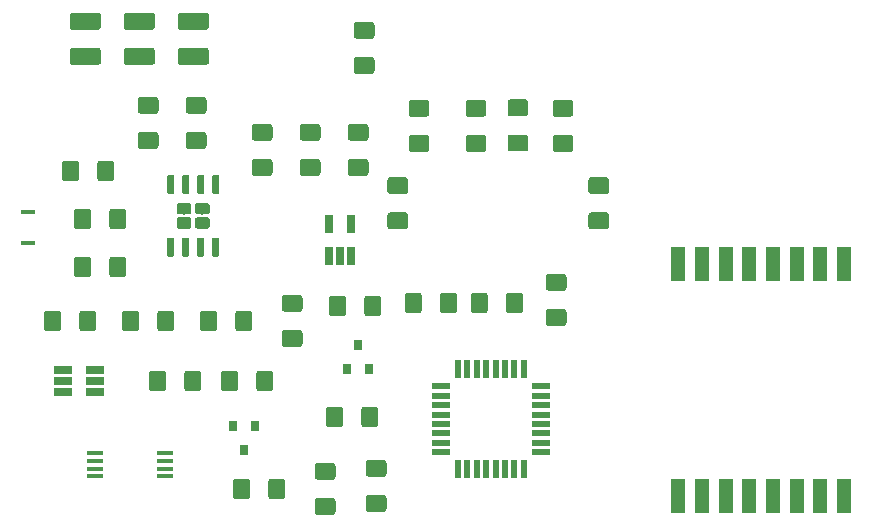
<source format=gbr>
G04 #@! TF.GenerationSoftware,KiCad,Pcbnew,6.0.0-rc1-unknown-dffa399~84~ubuntu16.04.1*
G04 #@! TF.CreationDate,2019-01-25T19:03:02+01:00
G04 #@! TF.ProjectId,mySensors_door_switch,6d795365-6e73-46f7-9273-5f646f6f725f,1.0*
G04 #@! TF.SameCoordinates,Original*
G04 #@! TF.FileFunction,Paste,Top*
G04 #@! TF.FilePolarity,Positive*
%FSLAX46Y46*%
G04 Gerber Fmt 4.6, Leading zero omitted, Abs format (unit mm)*
G04 Created by KiCad (PCBNEW 6.0.0-rc1-unknown-dffa399~84~ubuntu16.04.1) date pią, 25 sty 2019, 19:03:02*
%MOMM*%
%LPD*%
G04 APERTURE LIST*
%ADD10C,0.100000*%
%ADD11C,1.425000*%
%ADD12R,0.800000X0.900000*%
%ADD13R,0.650000X1.560000*%
%ADD14R,1.300000X0.450000*%
%ADD15R,1.450000X0.450000*%
%ADD16R,1.200000X3.000000*%
%ADD17R,0.550000X1.600000*%
%ADD18R,1.600000X0.550000*%
%ADD19C,0.970000*%
%ADD20C,0.600000*%
%ADD21R,1.560000X0.650000*%
G04 APERTURE END LIST*
D10*
G36*
X135980504Y-106746204D02*
G01*
X136004773Y-106749804D01*
X136028571Y-106755765D01*
X136051671Y-106764030D01*
X136073849Y-106774520D01*
X136094893Y-106787133D01*
X136114598Y-106801747D01*
X136132777Y-106818223D01*
X136149253Y-106836402D01*
X136163867Y-106856107D01*
X136176480Y-106877151D01*
X136186970Y-106899329D01*
X136195235Y-106922429D01*
X136201196Y-106946227D01*
X136204796Y-106970496D01*
X136206000Y-106995000D01*
X136206000Y-107920000D01*
X136204796Y-107944504D01*
X136201196Y-107968773D01*
X136195235Y-107992571D01*
X136186970Y-108015671D01*
X136176480Y-108037849D01*
X136163867Y-108058893D01*
X136149253Y-108078598D01*
X136132777Y-108096777D01*
X136114598Y-108113253D01*
X136094893Y-108127867D01*
X136073849Y-108140480D01*
X136051671Y-108150970D01*
X136028571Y-108159235D01*
X136004773Y-108165196D01*
X135980504Y-108168796D01*
X135956000Y-108170000D01*
X134706000Y-108170000D01*
X134681496Y-108168796D01*
X134657227Y-108165196D01*
X134633429Y-108159235D01*
X134610329Y-108150970D01*
X134588151Y-108140480D01*
X134567107Y-108127867D01*
X134547402Y-108113253D01*
X134529223Y-108096777D01*
X134512747Y-108078598D01*
X134498133Y-108058893D01*
X134485520Y-108037849D01*
X134475030Y-108015671D01*
X134466765Y-107992571D01*
X134460804Y-107968773D01*
X134457204Y-107944504D01*
X134456000Y-107920000D01*
X134456000Y-106995000D01*
X134457204Y-106970496D01*
X134460804Y-106946227D01*
X134466765Y-106922429D01*
X134475030Y-106899329D01*
X134485520Y-106877151D01*
X134498133Y-106856107D01*
X134512747Y-106836402D01*
X134529223Y-106818223D01*
X134547402Y-106801747D01*
X134567107Y-106787133D01*
X134588151Y-106774520D01*
X134610329Y-106764030D01*
X134633429Y-106755765D01*
X134657227Y-106749804D01*
X134681496Y-106746204D01*
X134706000Y-106745000D01*
X135956000Y-106745000D01*
X135980504Y-106746204D01*
X135980504Y-106746204D01*
G37*
D11*
X135331000Y-107457500D03*
D10*
G36*
X135980504Y-103771204D02*
G01*
X136004773Y-103774804D01*
X136028571Y-103780765D01*
X136051671Y-103789030D01*
X136073849Y-103799520D01*
X136094893Y-103812133D01*
X136114598Y-103826747D01*
X136132777Y-103843223D01*
X136149253Y-103861402D01*
X136163867Y-103881107D01*
X136176480Y-103902151D01*
X136186970Y-103924329D01*
X136195235Y-103947429D01*
X136201196Y-103971227D01*
X136204796Y-103995496D01*
X136206000Y-104020000D01*
X136206000Y-104945000D01*
X136204796Y-104969504D01*
X136201196Y-104993773D01*
X136195235Y-105017571D01*
X136186970Y-105040671D01*
X136176480Y-105062849D01*
X136163867Y-105083893D01*
X136149253Y-105103598D01*
X136132777Y-105121777D01*
X136114598Y-105138253D01*
X136094893Y-105152867D01*
X136073849Y-105165480D01*
X136051671Y-105175970D01*
X136028571Y-105184235D01*
X136004773Y-105190196D01*
X135980504Y-105193796D01*
X135956000Y-105195000D01*
X134706000Y-105195000D01*
X134681496Y-105193796D01*
X134657227Y-105190196D01*
X134633429Y-105184235D01*
X134610329Y-105175970D01*
X134588151Y-105165480D01*
X134567107Y-105152867D01*
X134547402Y-105138253D01*
X134529223Y-105121777D01*
X134512747Y-105103598D01*
X134498133Y-105083893D01*
X134485520Y-105062849D01*
X134475030Y-105040671D01*
X134466765Y-105017571D01*
X134460804Y-104993773D01*
X134457204Y-104969504D01*
X134456000Y-104945000D01*
X134456000Y-104020000D01*
X134457204Y-103995496D01*
X134460804Y-103971227D01*
X134466765Y-103947429D01*
X134475030Y-103924329D01*
X134485520Y-103902151D01*
X134498133Y-103881107D01*
X134512747Y-103861402D01*
X134529223Y-103843223D01*
X134547402Y-103826747D01*
X134567107Y-103812133D01*
X134588151Y-103799520D01*
X134610329Y-103789030D01*
X134633429Y-103780765D01*
X134657227Y-103774804D01*
X134681496Y-103771204D01*
X134706000Y-103770000D01*
X135956000Y-103770000D01*
X135980504Y-103771204D01*
X135980504Y-103771204D01*
G37*
D11*
X135331000Y-104482500D03*
D10*
G36*
X127399504Y-105350204D02*
G01*
X127423773Y-105353804D01*
X127447571Y-105359765D01*
X127470671Y-105368030D01*
X127492849Y-105378520D01*
X127513893Y-105391133D01*
X127533598Y-105405747D01*
X127551777Y-105422223D01*
X127568253Y-105440402D01*
X127582867Y-105460107D01*
X127595480Y-105481151D01*
X127605970Y-105503329D01*
X127614235Y-105526429D01*
X127620196Y-105550227D01*
X127623796Y-105574496D01*
X127625000Y-105599000D01*
X127625000Y-106849000D01*
X127623796Y-106873504D01*
X127620196Y-106897773D01*
X127614235Y-106921571D01*
X127605970Y-106944671D01*
X127595480Y-106966849D01*
X127582867Y-106987893D01*
X127568253Y-107007598D01*
X127551777Y-107025777D01*
X127533598Y-107042253D01*
X127513893Y-107056867D01*
X127492849Y-107069480D01*
X127470671Y-107079970D01*
X127447571Y-107088235D01*
X127423773Y-107094196D01*
X127399504Y-107097796D01*
X127375000Y-107099000D01*
X126450000Y-107099000D01*
X126425496Y-107097796D01*
X126401227Y-107094196D01*
X126377429Y-107088235D01*
X126354329Y-107079970D01*
X126332151Y-107069480D01*
X126311107Y-107056867D01*
X126291402Y-107042253D01*
X126273223Y-107025777D01*
X126256747Y-107007598D01*
X126242133Y-106987893D01*
X126229520Y-106966849D01*
X126219030Y-106944671D01*
X126210765Y-106921571D01*
X126204804Y-106897773D01*
X126201204Y-106873504D01*
X126200000Y-106849000D01*
X126200000Y-105599000D01*
X126201204Y-105574496D01*
X126204804Y-105550227D01*
X126210765Y-105526429D01*
X126219030Y-105503329D01*
X126229520Y-105481151D01*
X126242133Y-105460107D01*
X126256747Y-105440402D01*
X126273223Y-105422223D01*
X126291402Y-105405747D01*
X126311107Y-105391133D01*
X126332151Y-105378520D01*
X126354329Y-105368030D01*
X126377429Y-105359765D01*
X126401227Y-105353804D01*
X126425496Y-105350204D01*
X126450000Y-105349000D01*
X127375000Y-105349000D01*
X127399504Y-105350204D01*
X127399504Y-105350204D01*
G37*
D11*
X126912500Y-106224000D03*
D10*
G36*
X124424504Y-105350204D02*
G01*
X124448773Y-105353804D01*
X124472571Y-105359765D01*
X124495671Y-105368030D01*
X124517849Y-105378520D01*
X124538893Y-105391133D01*
X124558598Y-105405747D01*
X124576777Y-105422223D01*
X124593253Y-105440402D01*
X124607867Y-105460107D01*
X124620480Y-105481151D01*
X124630970Y-105503329D01*
X124639235Y-105526429D01*
X124645196Y-105550227D01*
X124648796Y-105574496D01*
X124650000Y-105599000D01*
X124650000Y-106849000D01*
X124648796Y-106873504D01*
X124645196Y-106897773D01*
X124639235Y-106921571D01*
X124630970Y-106944671D01*
X124620480Y-106966849D01*
X124607867Y-106987893D01*
X124593253Y-107007598D01*
X124576777Y-107025777D01*
X124558598Y-107042253D01*
X124538893Y-107056867D01*
X124517849Y-107069480D01*
X124495671Y-107079970D01*
X124472571Y-107088235D01*
X124448773Y-107094196D01*
X124424504Y-107097796D01*
X124400000Y-107099000D01*
X123475000Y-107099000D01*
X123450496Y-107097796D01*
X123426227Y-107094196D01*
X123402429Y-107088235D01*
X123379329Y-107079970D01*
X123357151Y-107069480D01*
X123336107Y-107056867D01*
X123316402Y-107042253D01*
X123298223Y-107025777D01*
X123281747Y-107007598D01*
X123267133Y-106987893D01*
X123254520Y-106966849D01*
X123244030Y-106944671D01*
X123235765Y-106921571D01*
X123229804Y-106897773D01*
X123226204Y-106873504D01*
X123225000Y-106849000D01*
X123225000Y-105599000D01*
X123226204Y-105574496D01*
X123229804Y-105550227D01*
X123235765Y-105526429D01*
X123244030Y-105503329D01*
X123254520Y-105481151D01*
X123267133Y-105460107D01*
X123281747Y-105440402D01*
X123298223Y-105422223D01*
X123316402Y-105405747D01*
X123336107Y-105391133D01*
X123357151Y-105378520D01*
X123379329Y-105368030D01*
X123402429Y-105359765D01*
X123426227Y-105353804D01*
X123450496Y-105350204D01*
X123475000Y-105349000D01*
X124400000Y-105349000D01*
X124424504Y-105350204D01*
X124424504Y-105350204D01*
G37*
D11*
X123937500Y-106224000D03*
D10*
G36*
X135273504Y-99254204D02*
G01*
X135297773Y-99257804D01*
X135321571Y-99263765D01*
X135344671Y-99272030D01*
X135366849Y-99282520D01*
X135387893Y-99295133D01*
X135407598Y-99309747D01*
X135425777Y-99326223D01*
X135442253Y-99344402D01*
X135456867Y-99364107D01*
X135469480Y-99385151D01*
X135479970Y-99407329D01*
X135488235Y-99430429D01*
X135494196Y-99454227D01*
X135497796Y-99478496D01*
X135499000Y-99503000D01*
X135499000Y-100753000D01*
X135497796Y-100777504D01*
X135494196Y-100801773D01*
X135488235Y-100825571D01*
X135479970Y-100848671D01*
X135469480Y-100870849D01*
X135456867Y-100891893D01*
X135442253Y-100911598D01*
X135425777Y-100929777D01*
X135407598Y-100946253D01*
X135387893Y-100960867D01*
X135366849Y-100973480D01*
X135344671Y-100983970D01*
X135321571Y-100992235D01*
X135297773Y-100998196D01*
X135273504Y-101001796D01*
X135249000Y-101003000D01*
X134324000Y-101003000D01*
X134299496Y-101001796D01*
X134275227Y-100998196D01*
X134251429Y-100992235D01*
X134228329Y-100983970D01*
X134206151Y-100973480D01*
X134185107Y-100960867D01*
X134165402Y-100946253D01*
X134147223Y-100929777D01*
X134130747Y-100911598D01*
X134116133Y-100891893D01*
X134103520Y-100870849D01*
X134093030Y-100848671D01*
X134084765Y-100825571D01*
X134078804Y-100801773D01*
X134075204Y-100777504D01*
X134074000Y-100753000D01*
X134074000Y-99503000D01*
X134075204Y-99478496D01*
X134078804Y-99454227D01*
X134084765Y-99430429D01*
X134093030Y-99407329D01*
X134103520Y-99385151D01*
X134116133Y-99364107D01*
X134130747Y-99344402D01*
X134147223Y-99326223D01*
X134165402Y-99309747D01*
X134185107Y-99295133D01*
X134206151Y-99282520D01*
X134228329Y-99272030D01*
X134251429Y-99263765D01*
X134275227Y-99257804D01*
X134299496Y-99254204D01*
X134324000Y-99253000D01*
X135249000Y-99253000D01*
X135273504Y-99254204D01*
X135273504Y-99254204D01*
G37*
D11*
X134786500Y-100128000D03*
D10*
G36*
X132298504Y-99254204D02*
G01*
X132322773Y-99257804D01*
X132346571Y-99263765D01*
X132369671Y-99272030D01*
X132391849Y-99282520D01*
X132412893Y-99295133D01*
X132432598Y-99309747D01*
X132450777Y-99326223D01*
X132467253Y-99344402D01*
X132481867Y-99364107D01*
X132494480Y-99385151D01*
X132504970Y-99407329D01*
X132513235Y-99430429D01*
X132519196Y-99454227D01*
X132522796Y-99478496D01*
X132524000Y-99503000D01*
X132524000Y-100753000D01*
X132522796Y-100777504D01*
X132519196Y-100801773D01*
X132513235Y-100825571D01*
X132504970Y-100848671D01*
X132494480Y-100870849D01*
X132481867Y-100891893D01*
X132467253Y-100911598D01*
X132450777Y-100929777D01*
X132432598Y-100946253D01*
X132412893Y-100960867D01*
X132391849Y-100973480D01*
X132369671Y-100983970D01*
X132346571Y-100992235D01*
X132322773Y-100998196D01*
X132298504Y-101001796D01*
X132274000Y-101003000D01*
X131349000Y-101003000D01*
X131324496Y-101001796D01*
X131300227Y-100998196D01*
X131276429Y-100992235D01*
X131253329Y-100983970D01*
X131231151Y-100973480D01*
X131210107Y-100960867D01*
X131190402Y-100946253D01*
X131172223Y-100929777D01*
X131155747Y-100911598D01*
X131141133Y-100891893D01*
X131128520Y-100870849D01*
X131118030Y-100848671D01*
X131109765Y-100825571D01*
X131103804Y-100801773D01*
X131100204Y-100777504D01*
X131099000Y-100753000D01*
X131099000Y-99503000D01*
X131100204Y-99478496D01*
X131103804Y-99454227D01*
X131109765Y-99430429D01*
X131118030Y-99407329D01*
X131128520Y-99385151D01*
X131141133Y-99364107D01*
X131155747Y-99344402D01*
X131172223Y-99326223D01*
X131190402Y-99309747D01*
X131210107Y-99295133D01*
X131231151Y-99282520D01*
X131253329Y-99272030D01*
X131276429Y-99263765D01*
X131300227Y-99257804D01*
X131324496Y-99254204D01*
X131349000Y-99253000D01*
X132274000Y-99253000D01*
X132298504Y-99254204D01*
X132298504Y-99254204D01*
G37*
D11*
X131811500Y-100128000D03*
D10*
G36*
X135527504Y-89856404D02*
G01*
X135551773Y-89860004D01*
X135575571Y-89865965D01*
X135598671Y-89874230D01*
X135620849Y-89884720D01*
X135641893Y-89897333D01*
X135661598Y-89911947D01*
X135679777Y-89928423D01*
X135696253Y-89946602D01*
X135710867Y-89966307D01*
X135723480Y-89987351D01*
X135733970Y-90009529D01*
X135742235Y-90032629D01*
X135748196Y-90056427D01*
X135751796Y-90080696D01*
X135753000Y-90105200D01*
X135753000Y-91355200D01*
X135751796Y-91379704D01*
X135748196Y-91403973D01*
X135742235Y-91427771D01*
X135733970Y-91450871D01*
X135723480Y-91473049D01*
X135710867Y-91494093D01*
X135696253Y-91513798D01*
X135679777Y-91531977D01*
X135661598Y-91548453D01*
X135641893Y-91563067D01*
X135620849Y-91575680D01*
X135598671Y-91586170D01*
X135575571Y-91594435D01*
X135551773Y-91600396D01*
X135527504Y-91603996D01*
X135503000Y-91605200D01*
X134578000Y-91605200D01*
X134553496Y-91603996D01*
X134529227Y-91600396D01*
X134505429Y-91594435D01*
X134482329Y-91586170D01*
X134460151Y-91575680D01*
X134439107Y-91563067D01*
X134419402Y-91548453D01*
X134401223Y-91531977D01*
X134384747Y-91513798D01*
X134370133Y-91494093D01*
X134357520Y-91473049D01*
X134347030Y-91450871D01*
X134338765Y-91427771D01*
X134332804Y-91403973D01*
X134329204Y-91379704D01*
X134328000Y-91355200D01*
X134328000Y-90105200D01*
X134329204Y-90080696D01*
X134332804Y-90056427D01*
X134338765Y-90032629D01*
X134347030Y-90009529D01*
X134357520Y-89987351D01*
X134370133Y-89966307D01*
X134384747Y-89946602D01*
X134401223Y-89928423D01*
X134419402Y-89911947D01*
X134439107Y-89897333D01*
X134460151Y-89884720D01*
X134482329Y-89874230D01*
X134505429Y-89865965D01*
X134529227Y-89860004D01*
X134553496Y-89856404D01*
X134578000Y-89855200D01*
X135503000Y-89855200D01*
X135527504Y-89856404D01*
X135527504Y-89856404D01*
G37*
D11*
X135040500Y-90730200D03*
D10*
G36*
X132552504Y-89856404D02*
G01*
X132576773Y-89860004D01*
X132600571Y-89865965D01*
X132623671Y-89874230D01*
X132645849Y-89884720D01*
X132666893Y-89897333D01*
X132686598Y-89911947D01*
X132704777Y-89928423D01*
X132721253Y-89946602D01*
X132735867Y-89966307D01*
X132748480Y-89987351D01*
X132758970Y-90009529D01*
X132767235Y-90032629D01*
X132773196Y-90056427D01*
X132776796Y-90080696D01*
X132778000Y-90105200D01*
X132778000Y-91355200D01*
X132776796Y-91379704D01*
X132773196Y-91403973D01*
X132767235Y-91427771D01*
X132758970Y-91450871D01*
X132748480Y-91473049D01*
X132735867Y-91494093D01*
X132721253Y-91513798D01*
X132704777Y-91531977D01*
X132686598Y-91548453D01*
X132666893Y-91563067D01*
X132645849Y-91575680D01*
X132623671Y-91586170D01*
X132600571Y-91594435D01*
X132576773Y-91600396D01*
X132552504Y-91603996D01*
X132528000Y-91605200D01*
X131603000Y-91605200D01*
X131578496Y-91603996D01*
X131554227Y-91600396D01*
X131530429Y-91594435D01*
X131507329Y-91586170D01*
X131485151Y-91575680D01*
X131464107Y-91563067D01*
X131444402Y-91548453D01*
X131426223Y-91531977D01*
X131409747Y-91513798D01*
X131395133Y-91494093D01*
X131382520Y-91473049D01*
X131372030Y-91450871D01*
X131363765Y-91427771D01*
X131357804Y-91403973D01*
X131354204Y-91379704D01*
X131353000Y-91355200D01*
X131353000Y-90105200D01*
X131354204Y-90080696D01*
X131357804Y-90056427D01*
X131363765Y-90032629D01*
X131372030Y-90009529D01*
X131382520Y-89987351D01*
X131395133Y-89966307D01*
X131409747Y-89946602D01*
X131426223Y-89928423D01*
X131444402Y-89911947D01*
X131464107Y-89897333D01*
X131485151Y-89884720D01*
X131507329Y-89874230D01*
X131530429Y-89865965D01*
X131554227Y-89860004D01*
X131578496Y-89856404D01*
X131603000Y-89855200D01*
X132528000Y-89855200D01*
X132552504Y-89856404D01*
X132552504Y-89856404D01*
G37*
D11*
X132065500Y-90730200D03*
D12*
X133807000Y-94048200D03*
X134757000Y-96048200D03*
X132857000Y-96048200D03*
X124155000Y-102906000D03*
X123205000Y-100906000D03*
X125105000Y-100906000D03*
D10*
G36*
X131662504Y-107000204D02*
G01*
X131686773Y-107003804D01*
X131710571Y-107009765D01*
X131733671Y-107018030D01*
X131755849Y-107028520D01*
X131776893Y-107041133D01*
X131796598Y-107055747D01*
X131814777Y-107072223D01*
X131831253Y-107090402D01*
X131845867Y-107110107D01*
X131858480Y-107131151D01*
X131868970Y-107153329D01*
X131877235Y-107176429D01*
X131883196Y-107200227D01*
X131886796Y-107224496D01*
X131888000Y-107249000D01*
X131888000Y-108174000D01*
X131886796Y-108198504D01*
X131883196Y-108222773D01*
X131877235Y-108246571D01*
X131868970Y-108269671D01*
X131858480Y-108291849D01*
X131845867Y-108312893D01*
X131831253Y-108332598D01*
X131814777Y-108350777D01*
X131796598Y-108367253D01*
X131776893Y-108381867D01*
X131755849Y-108394480D01*
X131733671Y-108404970D01*
X131710571Y-108413235D01*
X131686773Y-108419196D01*
X131662504Y-108422796D01*
X131638000Y-108424000D01*
X130388000Y-108424000D01*
X130363496Y-108422796D01*
X130339227Y-108419196D01*
X130315429Y-108413235D01*
X130292329Y-108404970D01*
X130270151Y-108394480D01*
X130249107Y-108381867D01*
X130229402Y-108367253D01*
X130211223Y-108350777D01*
X130194747Y-108332598D01*
X130180133Y-108312893D01*
X130167520Y-108291849D01*
X130157030Y-108269671D01*
X130148765Y-108246571D01*
X130142804Y-108222773D01*
X130139204Y-108198504D01*
X130138000Y-108174000D01*
X130138000Y-107249000D01*
X130139204Y-107224496D01*
X130142804Y-107200227D01*
X130148765Y-107176429D01*
X130157030Y-107153329D01*
X130167520Y-107131151D01*
X130180133Y-107110107D01*
X130194747Y-107090402D01*
X130211223Y-107072223D01*
X130229402Y-107055747D01*
X130249107Y-107041133D01*
X130270151Y-107028520D01*
X130292329Y-107018030D01*
X130315429Y-107009765D01*
X130339227Y-107003804D01*
X130363496Y-107000204D01*
X130388000Y-106999000D01*
X131638000Y-106999000D01*
X131662504Y-107000204D01*
X131662504Y-107000204D01*
G37*
D11*
X131013000Y-107711500D03*
D10*
G36*
X131662504Y-104025204D02*
G01*
X131686773Y-104028804D01*
X131710571Y-104034765D01*
X131733671Y-104043030D01*
X131755849Y-104053520D01*
X131776893Y-104066133D01*
X131796598Y-104080747D01*
X131814777Y-104097223D01*
X131831253Y-104115402D01*
X131845867Y-104135107D01*
X131858480Y-104156151D01*
X131868970Y-104178329D01*
X131877235Y-104201429D01*
X131883196Y-104225227D01*
X131886796Y-104249496D01*
X131888000Y-104274000D01*
X131888000Y-105199000D01*
X131886796Y-105223504D01*
X131883196Y-105247773D01*
X131877235Y-105271571D01*
X131868970Y-105294671D01*
X131858480Y-105316849D01*
X131845867Y-105337893D01*
X131831253Y-105357598D01*
X131814777Y-105375777D01*
X131796598Y-105392253D01*
X131776893Y-105406867D01*
X131755849Y-105419480D01*
X131733671Y-105429970D01*
X131710571Y-105438235D01*
X131686773Y-105444196D01*
X131662504Y-105447796D01*
X131638000Y-105449000D01*
X130388000Y-105449000D01*
X130363496Y-105447796D01*
X130339227Y-105444196D01*
X130315429Y-105438235D01*
X130292329Y-105429970D01*
X130270151Y-105419480D01*
X130249107Y-105406867D01*
X130229402Y-105392253D01*
X130211223Y-105375777D01*
X130194747Y-105357598D01*
X130180133Y-105337893D01*
X130167520Y-105316849D01*
X130157030Y-105294671D01*
X130148765Y-105271571D01*
X130142804Y-105247773D01*
X130139204Y-105223504D01*
X130138000Y-105199000D01*
X130138000Y-104274000D01*
X130139204Y-104249496D01*
X130142804Y-104225227D01*
X130148765Y-104201429D01*
X130157030Y-104178329D01*
X130167520Y-104156151D01*
X130180133Y-104135107D01*
X130194747Y-104115402D01*
X130211223Y-104097223D01*
X130229402Y-104080747D01*
X130249107Y-104066133D01*
X130270151Y-104053520D01*
X130292329Y-104043030D01*
X130315429Y-104034765D01*
X130339227Y-104028804D01*
X130363496Y-104025204D01*
X130388000Y-104024000D01*
X131638000Y-104024000D01*
X131662504Y-104025204D01*
X131662504Y-104025204D01*
G37*
D11*
X131013000Y-104736500D03*
D10*
G36*
X110962504Y-86554404D02*
G01*
X110986773Y-86558004D01*
X111010571Y-86563965D01*
X111033671Y-86572230D01*
X111055849Y-86582720D01*
X111076893Y-86595333D01*
X111096598Y-86609947D01*
X111114777Y-86626423D01*
X111131253Y-86644602D01*
X111145867Y-86664307D01*
X111158480Y-86685351D01*
X111168970Y-86707529D01*
X111177235Y-86730629D01*
X111183196Y-86754427D01*
X111186796Y-86778696D01*
X111188000Y-86803200D01*
X111188000Y-88053200D01*
X111186796Y-88077704D01*
X111183196Y-88101973D01*
X111177235Y-88125771D01*
X111168970Y-88148871D01*
X111158480Y-88171049D01*
X111145867Y-88192093D01*
X111131253Y-88211798D01*
X111114777Y-88229977D01*
X111096598Y-88246453D01*
X111076893Y-88261067D01*
X111055849Y-88273680D01*
X111033671Y-88284170D01*
X111010571Y-88292435D01*
X110986773Y-88298396D01*
X110962504Y-88301996D01*
X110938000Y-88303200D01*
X110013000Y-88303200D01*
X109988496Y-88301996D01*
X109964227Y-88298396D01*
X109940429Y-88292435D01*
X109917329Y-88284170D01*
X109895151Y-88273680D01*
X109874107Y-88261067D01*
X109854402Y-88246453D01*
X109836223Y-88229977D01*
X109819747Y-88211798D01*
X109805133Y-88192093D01*
X109792520Y-88171049D01*
X109782030Y-88148871D01*
X109773765Y-88125771D01*
X109767804Y-88101973D01*
X109764204Y-88077704D01*
X109763000Y-88053200D01*
X109763000Y-86803200D01*
X109764204Y-86778696D01*
X109767804Y-86754427D01*
X109773765Y-86730629D01*
X109782030Y-86707529D01*
X109792520Y-86685351D01*
X109805133Y-86664307D01*
X109819747Y-86644602D01*
X109836223Y-86626423D01*
X109854402Y-86609947D01*
X109874107Y-86595333D01*
X109895151Y-86582720D01*
X109917329Y-86572230D01*
X109940429Y-86563965D01*
X109964227Y-86558004D01*
X109988496Y-86554404D01*
X110013000Y-86553200D01*
X110938000Y-86553200D01*
X110962504Y-86554404D01*
X110962504Y-86554404D01*
G37*
D11*
X110475500Y-87428200D03*
D10*
G36*
X113937504Y-86554404D02*
G01*
X113961773Y-86558004D01*
X113985571Y-86563965D01*
X114008671Y-86572230D01*
X114030849Y-86582720D01*
X114051893Y-86595333D01*
X114071598Y-86609947D01*
X114089777Y-86626423D01*
X114106253Y-86644602D01*
X114120867Y-86664307D01*
X114133480Y-86685351D01*
X114143970Y-86707529D01*
X114152235Y-86730629D01*
X114158196Y-86754427D01*
X114161796Y-86778696D01*
X114163000Y-86803200D01*
X114163000Y-88053200D01*
X114161796Y-88077704D01*
X114158196Y-88101973D01*
X114152235Y-88125771D01*
X114143970Y-88148871D01*
X114133480Y-88171049D01*
X114120867Y-88192093D01*
X114106253Y-88211798D01*
X114089777Y-88229977D01*
X114071598Y-88246453D01*
X114051893Y-88261067D01*
X114030849Y-88273680D01*
X114008671Y-88284170D01*
X113985571Y-88292435D01*
X113961773Y-88298396D01*
X113937504Y-88301996D01*
X113913000Y-88303200D01*
X112988000Y-88303200D01*
X112963496Y-88301996D01*
X112939227Y-88298396D01*
X112915429Y-88292435D01*
X112892329Y-88284170D01*
X112870151Y-88273680D01*
X112849107Y-88261067D01*
X112829402Y-88246453D01*
X112811223Y-88229977D01*
X112794747Y-88211798D01*
X112780133Y-88192093D01*
X112767520Y-88171049D01*
X112757030Y-88148871D01*
X112748765Y-88125771D01*
X112742804Y-88101973D01*
X112739204Y-88077704D01*
X112738000Y-88053200D01*
X112738000Y-86803200D01*
X112739204Y-86778696D01*
X112742804Y-86754427D01*
X112748765Y-86730629D01*
X112757030Y-86707529D01*
X112767520Y-86685351D01*
X112780133Y-86664307D01*
X112794747Y-86644602D01*
X112811223Y-86626423D01*
X112829402Y-86609947D01*
X112849107Y-86595333D01*
X112870151Y-86582720D01*
X112892329Y-86572230D01*
X112915429Y-86563965D01*
X112939227Y-86558004D01*
X112963496Y-86554404D01*
X112988000Y-86553200D01*
X113913000Y-86553200D01*
X113937504Y-86554404D01*
X113937504Y-86554404D01*
G37*
D11*
X113450500Y-87428200D03*
D10*
G36*
X113937504Y-82490404D02*
G01*
X113961773Y-82494004D01*
X113985571Y-82499965D01*
X114008671Y-82508230D01*
X114030849Y-82518720D01*
X114051893Y-82531333D01*
X114071598Y-82545947D01*
X114089777Y-82562423D01*
X114106253Y-82580602D01*
X114120867Y-82600307D01*
X114133480Y-82621351D01*
X114143970Y-82643529D01*
X114152235Y-82666629D01*
X114158196Y-82690427D01*
X114161796Y-82714696D01*
X114163000Y-82739200D01*
X114163000Y-83989200D01*
X114161796Y-84013704D01*
X114158196Y-84037973D01*
X114152235Y-84061771D01*
X114143970Y-84084871D01*
X114133480Y-84107049D01*
X114120867Y-84128093D01*
X114106253Y-84147798D01*
X114089777Y-84165977D01*
X114071598Y-84182453D01*
X114051893Y-84197067D01*
X114030849Y-84209680D01*
X114008671Y-84220170D01*
X113985571Y-84228435D01*
X113961773Y-84234396D01*
X113937504Y-84237996D01*
X113913000Y-84239200D01*
X112988000Y-84239200D01*
X112963496Y-84237996D01*
X112939227Y-84234396D01*
X112915429Y-84228435D01*
X112892329Y-84220170D01*
X112870151Y-84209680D01*
X112849107Y-84197067D01*
X112829402Y-84182453D01*
X112811223Y-84165977D01*
X112794747Y-84147798D01*
X112780133Y-84128093D01*
X112767520Y-84107049D01*
X112757030Y-84084871D01*
X112748765Y-84061771D01*
X112742804Y-84037973D01*
X112739204Y-84013704D01*
X112738000Y-83989200D01*
X112738000Y-82739200D01*
X112739204Y-82714696D01*
X112742804Y-82690427D01*
X112748765Y-82666629D01*
X112757030Y-82643529D01*
X112767520Y-82621351D01*
X112780133Y-82600307D01*
X112794747Y-82580602D01*
X112811223Y-82562423D01*
X112829402Y-82545947D01*
X112849107Y-82531333D01*
X112870151Y-82518720D01*
X112892329Y-82508230D01*
X112915429Y-82499965D01*
X112939227Y-82494004D01*
X112963496Y-82490404D01*
X112988000Y-82489200D01*
X113913000Y-82489200D01*
X113937504Y-82490404D01*
X113937504Y-82490404D01*
G37*
D11*
X113450500Y-83364200D03*
D10*
G36*
X110962504Y-82490404D02*
G01*
X110986773Y-82494004D01*
X111010571Y-82499965D01*
X111033671Y-82508230D01*
X111055849Y-82518720D01*
X111076893Y-82531333D01*
X111096598Y-82545947D01*
X111114777Y-82562423D01*
X111131253Y-82580602D01*
X111145867Y-82600307D01*
X111158480Y-82621351D01*
X111168970Y-82643529D01*
X111177235Y-82666629D01*
X111183196Y-82690427D01*
X111186796Y-82714696D01*
X111188000Y-82739200D01*
X111188000Y-83989200D01*
X111186796Y-84013704D01*
X111183196Y-84037973D01*
X111177235Y-84061771D01*
X111168970Y-84084871D01*
X111158480Y-84107049D01*
X111145867Y-84128093D01*
X111131253Y-84147798D01*
X111114777Y-84165977D01*
X111096598Y-84182453D01*
X111076893Y-84197067D01*
X111055849Y-84209680D01*
X111033671Y-84220170D01*
X111010571Y-84228435D01*
X110986773Y-84234396D01*
X110962504Y-84237996D01*
X110938000Y-84239200D01*
X110013000Y-84239200D01*
X109988496Y-84237996D01*
X109964227Y-84234396D01*
X109940429Y-84228435D01*
X109917329Y-84220170D01*
X109895151Y-84209680D01*
X109874107Y-84197067D01*
X109854402Y-84182453D01*
X109836223Y-84165977D01*
X109819747Y-84147798D01*
X109805133Y-84128093D01*
X109792520Y-84107049D01*
X109782030Y-84084871D01*
X109773765Y-84061771D01*
X109767804Y-84037973D01*
X109764204Y-84013704D01*
X109763000Y-83989200D01*
X109763000Y-82739200D01*
X109764204Y-82714696D01*
X109767804Y-82690427D01*
X109773765Y-82666629D01*
X109782030Y-82643529D01*
X109792520Y-82621351D01*
X109805133Y-82600307D01*
X109819747Y-82580602D01*
X109836223Y-82562423D01*
X109854402Y-82545947D01*
X109874107Y-82531333D01*
X109895151Y-82518720D01*
X109917329Y-82508230D01*
X109940429Y-82499965D01*
X109964227Y-82494004D01*
X109988496Y-82490404D01*
X110013000Y-82489200D01*
X110938000Y-82489200D01*
X110962504Y-82490404D01*
X110962504Y-82490404D01*
G37*
D11*
X110475500Y-83364200D03*
D10*
G36*
X115026504Y-91126404D02*
G01*
X115050773Y-91130004D01*
X115074571Y-91135965D01*
X115097671Y-91144230D01*
X115119849Y-91154720D01*
X115140893Y-91167333D01*
X115160598Y-91181947D01*
X115178777Y-91198423D01*
X115195253Y-91216602D01*
X115209867Y-91236307D01*
X115222480Y-91257351D01*
X115232970Y-91279529D01*
X115241235Y-91302629D01*
X115247196Y-91326427D01*
X115250796Y-91350696D01*
X115252000Y-91375200D01*
X115252000Y-92625200D01*
X115250796Y-92649704D01*
X115247196Y-92673973D01*
X115241235Y-92697771D01*
X115232970Y-92720871D01*
X115222480Y-92743049D01*
X115209867Y-92764093D01*
X115195253Y-92783798D01*
X115178777Y-92801977D01*
X115160598Y-92818453D01*
X115140893Y-92833067D01*
X115119849Y-92845680D01*
X115097671Y-92856170D01*
X115074571Y-92864435D01*
X115050773Y-92870396D01*
X115026504Y-92873996D01*
X115002000Y-92875200D01*
X114077000Y-92875200D01*
X114052496Y-92873996D01*
X114028227Y-92870396D01*
X114004429Y-92864435D01*
X113981329Y-92856170D01*
X113959151Y-92845680D01*
X113938107Y-92833067D01*
X113918402Y-92818453D01*
X113900223Y-92801977D01*
X113883747Y-92783798D01*
X113869133Y-92764093D01*
X113856520Y-92743049D01*
X113846030Y-92720871D01*
X113837765Y-92697771D01*
X113831804Y-92673973D01*
X113828204Y-92649704D01*
X113827000Y-92625200D01*
X113827000Y-91375200D01*
X113828204Y-91350696D01*
X113831804Y-91326427D01*
X113837765Y-91302629D01*
X113846030Y-91279529D01*
X113856520Y-91257351D01*
X113869133Y-91236307D01*
X113883747Y-91216602D01*
X113900223Y-91198423D01*
X113918402Y-91181947D01*
X113938107Y-91167333D01*
X113959151Y-91154720D01*
X113981329Y-91144230D01*
X114004429Y-91135965D01*
X114028227Y-91130004D01*
X114052496Y-91126404D01*
X114077000Y-91125200D01*
X115002000Y-91125200D01*
X115026504Y-91126404D01*
X115026504Y-91126404D01*
G37*
D11*
X114539500Y-92000200D03*
D10*
G36*
X118001504Y-91126404D02*
G01*
X118025773Y-91130004D01*
X118049571Y-91135965D01*
X118072671Y-91144230D01*
X118094849Y-91154720D01*
X118115893Y-91167333D01*
X118135598Y-91181947D01*
X118153777Y-91198423D01*
X118170253Y-91216602D01*
X118184867Y-91236307D01*
X118197480Y-91257351D01*
X118207970Y-91279529D01*
X118216235Y-91302629D01*
X118222196Y-91326427D01*
X118225796Y-91350696D01*
X118227000Y-91375200D01*
X118227000Y-92625200D01*
X118225796Y-92649704D01*
X118222196Y-92673973D01*
X118216235Y-92697771D01*
X118207970Y-92720871D01*
X118197480Y-92743049D01*
X118184867Y-92764093D01*
X118170253Y-92783798D01*
X118153777Y-92801977D01*
X118135598Y-92818453D01*
X118115893Y-92833067D01*
X118094849Y-92845680D01*
X118072671Y-92856170D01*
X118049571Y-92864435D01*
X118025773Y-92870396D01*
X118001504Y-92873996D01*
X117977000Y-92875200D01*
X117052000Y-92875200D01*
X117027496Y-92873996D01*
X117003227Y-92870396D01*
X116979429Y-92864435D01*
X116956329Y-92856170D01*
X116934151Y-92845680D01*
X116913107Y-92833067D01*
X116893402Y-92818453D01*
X116875223Y-92801977D01*
X116858747Y-92783798D01*
X116844133Y-92764093D01*
X116831520Y-92743049D01*
X116821030Y-92720871D01*
X116812765Y-92697771D01*
X116806804Y-92673973D01*
X116803204Y-92649704D01*
X116802000Y-92625200D01*
X116802000Y-91375200D01*
X116803204Y-91350696D01*
X116806804Y-91326427D01*
X116812765Y-91302629D01*
X116821030Y-91279529D01*
X116831520Y-91257351D01*
X116844133Y-91236307D01*
X116858747Y-91216602D01*
X116875223Y-91198423D01*
X116893402Y-91181947D01*
X116913107Y-91167333D01*
X116934151Y-91154720D01*
X116956329Y-91144230D01*
X116979429Y-91135965D01*
X117003227Y-91130004D01*
X117027496Y-91126404D01*
X117052000Y-91125200D01*
X117977000Y-91125200D01*
X118001504Y-91126404D01*
X118001504Y-91126404D01*
G37*
D11*
X117514500Y-92000200D03*
D13*
X131333000Y-83792200D03*
X133233000Y-83792200D03*
X133233000Y-86492200D03*
X132283000Y-86492200D03*
X131333000Y-86492200D03*
D10*
G36*
X116676504Y-73037404D02*
G01*
X116700773Y-73041004D01*
X116724571Y-73046965D01*
X116747671Y-73055230D01*
X116769849Y-73065720D01*
X116790893Y-73078333D01*
X116810598Y-73092947D01*
X116828777Y-73109423D01*
X116845253Y-73127602D01*
X116859867Y-73147307D01*
X116872480Y-73168351D01*
X116882970Y-73190529D01*
X116891235Y-73213629D01*
X116897196Y-73237427D01*
X116900796Y-73261696D01*
X116902000Y-73286200D01*
X116902000Y-74211200D01*
X116900796Y-74235704D01*
X116897196Y-74259973D01*
X116891235Y-74283771D01*
X116882970Y-74306871D01*
X116872480Y-74329049D01*
X116859867Y-74350093D01*
X116845253Y-74369798D01*
X116828777Y-74387977D01*
X116810598Y-74404453D01*
X116790893Y-74419067D01*
X116769849Y-74431680D01*
X116747671Y-74442170D01*
X116724571Y-74450435D01*
X116700773Y-74456396D01*
X116676504Y-74459996D01*
X116652000Y-74461200D01*
X115402000Y-74461200D01*
X115377496Y-74459996D01*
X115353227Y-74456396D01*
X115329429Y-74450435D01*
X115306329Y-74442170D01*
X115284151Y-74431680D01*
X115263107Y-74419067D01*
X115243402Y-74404453D01*
X115225223Y-74387977D01*
X115208747Y-74369798D01*
X115194133Y-74350093D01*
X115181520Y-74329049D01*
X115171030Y-74306871D01*
X115162765Y-74283771D01*
X115156804Y-74259973D01*
X115153204Y-74235704D01*
X115152000Y-74211200D01*
X115152000Y-73286200D01*
X115153204Y-73261696D01*
X115156804Y-73237427D01*
X115162765Y-73213629D01*
X115171030Y-73190529D01*
X115181520Y-73168351D01*
X115194133Y-73147307D01*
X115208747Y-73127602D01*
X115225223Y-73109423D01*
X115243402Y-73092947D01*
X115263107Y-73078333D01*
X115284151Y-73065720D01*
X115306329Y-73055230D01*
X115329429Y-73046965D01*
X115353227Y-73041004D01*
X115377496Y-73037404D01*
X115402000Y-73036200D01*
X116652000Y-73036200D01*
X116676504Y-73037404D01*
X116676504Y-73037404D01*
G37*
D11*
X116027000Y-73748700D03*
D10*
G36*
X116676504Y-76012404D02*
G01*
X116700773Y-76016004D01*
X116724571Y-76021965D01*
X116747671Y-76030230D01*
X116769849Y-76040720D01*
X116790893Y-76053333D01*
X116810598Y-76067947D01*
X116828777Y-76084423D01*
X116845253Y-76102602D01*
X116859867Y-76122307D01*
X116872480Y-76143351D01*
X116882970Y-76165529D01*
X116891235Y-76188629D01*
X116897196Y-76212427D01*
X116900796Y-76236696D01*
X116902000Y-76261200D01*
X116902000Y-77186200D01*
X116900796Y-77210704D01*
X116897196Y-77234973D01*
X116891235Y-77258771D01*
X116882970Y-77281871D01*
X116872480Y-77304049D01*
X116859867Y-77325093D01*
X116845253Y-77344798D01*
X116828777Y-77362977D01*
X116810598Y-77379453D01*
X116790893Y-77394067D01*
X116769849Y-77406680D01*
X116747671Y-77417170D01*
X116724571Y-77425435D01*
X116700773Y-77431396D01*
X116676504Y-77434996D01*
X116652000Y-77436200D01*
X115402000Y-77436200D01*
X115377496Y-77434996D01*
X115353227Y-77431396D01*
X115329429Y-77425435D01*
X115306329Y-77417170D01*
X115284151Y-77406680D01*
X115263107Y-77394067D01*
X115243402Y-77379453D01*
X115225223Y-77362977D01*
X115208747Y-77344798D01*
X115194133Y-77325093D01*
X115181520Y-77304049D01*
X115171030Y-77281871D01*
X115162765Y-77258771D01*
X115156804Y-77234973D01*
X115153204Y-77210704D01*
X115152000Y-77186200D01*
X115152000Y-76261200D01*
X115153204Y-76236696D01*
X115156804Y-76212427D01*
X115162765Y-76188629D01*
X115171030Y-76165529D01*
X115181520Y-76143351D01*
X115194133Y-76122307D01*
X115208747Y-76102602D01*
X115225223Y-76084423D01*
X115243402Y-76067947D01*
X115263107Y-76053333D01*
X115284151Y-76040720D01*
X115306329Y-76030230D01*
X115329429Y-76021965D01*
X115353227Y-76016004D01*
X115377496Y-76012404D01*
X115402000Y-76011200D01*
X116652000Y-76011200D01*
X116676504Y-76012404D01*
X116676504Y-76012404D01*
G37*
D11*
X116027000Y-76723700D03*
D10*
G36*
X126328504Y-78298404D02*
G01*
X126352773Y-78302004D01*
X126376571Y-78307965D01*
X126399671Y-78316230D01*
X126421849Y-78326720D01*
X126442893Y-78339333D01*
X126462598Y-78353947D01*
X126480777Y-78370423D01*
X126497253Y-78388602D01*
X126511867Y-78408307D01*
X126524480Y-78429351D01*
X126534970Y-78451529D01*
X126543235Y-78474629D01*
X126549196Y-78498427D01*
X126552796Y-78522696D01*
X126554000Y-78547200D01*
X126554000Y-79472200D01*
X126552796Y-79496704D01*
X126549196Y-79520973D01*
X126543235Y-79544771D01*
X126534970Y-79567871D01*
X126524480Y-79590049D01*
X126511867Y-79611093D01*
X126497253Y-79630798D01*
X126480777Y-79648977D01*
X126462598Y-79665453D01*
X126442893Y-79680067D01*
X126421849Y-79692680D01*
X126399671Y-79703170D01*
X126376571Y-79711435D01*
X126352773Y-79717396D01*
X126328504Y-79720996D01*
X126304000Y-79722200D01*
X125054000Y-79722200D01*
X125029496Y-79720996D01*
X125005227Y-79717396D01*
X124981429Y-79711435D01*
X124958329Y-79703170D01*
X124936151Y-79692680D01*
X124915107Y-79680067D01*
X124895402Y-79665453D01*
X124877223Y-79648977D01*
X124860747Y-79630798D01*
X124846133Y-79611093D01*
X124833520Y-79590049D01*
X124823030Y-79567871D01*
X124814765Y-79544771D01*
X124808804Y-79520973D01*
X124805204Y-79496704D01*
X124804000Y-79472200D01*
X124804000Y-78547200D01*
X124805204Y-78522696D01*
X124808804Y-78498427D01*
X124814765Y-78474629D01*
X124823030Y-78451529D01*
X124833520Y-78429351D01*
X124846133Y-78408307D01*
X124860747Y-78388602D01*
X124877223Y-78370423D01*
X124895402Y-78353947D01*
X124915107Y-78339333D01*
X124936151Y-78326720D01*
X124958329Y-78316230D01*
X124981429Y-78307965D01*
X125005227Y-78302004D01*
X125029496Y-78298404D01*
X125054000Y-78297200D01*
X126304000Y-78297200D01*
X126328504Y-78298404D01*
X126328504Y-78298404D01*
G37*
D11*
X125679000Y-79009700D03*
D10*
G36*
X126328504Y-75323404D02*
G01*
X126352773Y-75327004D01*
X126376571Y-75332965D01*
X126399671Y-75341230D01*
X126421849Y-75351720D01*
X126442893Y-75364333D01*
X126462598Y-75378947D01*
X126480777Y-75395423D01*
X126497253Y-75413602D01*
X126511867Y-75433307D01*
X126524480Y-75454351D01*
X126534970Y-75476529D01*
X126543235Y-75499629D01*
X126549196Y-75523427D01*
X126552796Y-75547696D01*
X126554000Y-75572200D01*
X126554000Y-76497200D01*
X126552796Y-76521704D01*
X126549196Y-76545973D01*
X126543235Y-76569771D01*
X126534970Y-76592871D01*
X126524480Y-76615049D01*
X126511867Y-76636093D01*
X126497253Y-76655798D01*
X126480777Y-76673977D01*
X126462598Y-76690453D01*
X126442893Y-76705067D01*
X126421849Y-76717680D01*
X126399671Y-76728170D01*
X126376571Y-76736435D01*
X126352773Y-76742396D01*
X126328504Y-76745996D01*
X126304000Y-76747200D01*
X125054000Y-76747200D01*
X125029496Y-76745996D01*
X125005227Y-76742396D01*
X124981429Y-76736435D01*
X124958329Y-76728170D01*
X124936151Y-76717680D01*
X124915107Y-76705067D01*
X124895402Y-76690453D01*
X124877223Y-76673977D01*
X124860747Y-76655798D01*
X124846133Y-76636093D01*
X124833520Y-76615049D01*
X124823030Y-76592871D01*
X124814765Y-76569771D01*
X124808804Y-76545973D01*
X124805204Y-76521704D01*
X124804000Y-76497200D01*
X124804000Y-75572200D01*
X124805204Y-75547696D01*
X124808804Y-75523427D01*
X124814765Y-75499629D01*
X124823030Y-75476529D01*
X124833520Y-75454351D01*
X124846133Y-75433307D01*
X124860747Y-75413602D01*
X124877223Y-75395423D01*
X124895402Y-75378947D01*
X124915107Y-75364333D01*
X124936151Y-75351720D01*
X124958329Y-75341230D01*
X124981429Y-75332965D01*
X125005227Y-75327004D01*
X125029496Y-75323404D01*
X125054000Y-75322200D01*
X126304000Y-75322200D01*
X126328504Y-75323404D01*
X126328504Y-75323404D01*
G37*
D11*
X125679000Y-76034700D03*
D10*
G36*
X128868504Y-92776404D02*
G01*
X128892773Y-92780004D01*
X128916571Y-92785965D01*
X128939671Y-92794230D01*
X128961849Y-92804720D01*
X128982893Y-92817333D01*
X129002598Y-92831947D01*
X129020777Y-92848423D01*
X129037253Y-92866602D01*
X129051867Y-92886307D01*
X129064480Y-92907351D01*
X129074970Y-92929529D01*
X129083235Y-92952629D01*
X129089196Y-92976427D01*
X129092796Y-93000696D01*
X129094000Y-93025200D01*
X129094000Y-93950200D01*
X129092796Y-93974704D01*
X129089196Y-93998973D01*
X129083235Y-94022771D01*
X129074970Y-94045871D01*
X129064480Y-94068049D01*
X129051867Y-94089093D01*
X129037253Y-94108798D01*
X129020777Y-94126977D01*
X129002598Y-94143453D01*
X128982893Y-94158067D01*
X128961849Y-94170680D01*
X128939671Y-94181170D01*
X128916571Y-94189435D01*
X128892773Y-94195396D01*
X128868504Y-94198996D01*
X128844000Y-94200200D01*
X127594000Y-94200200D01*
X127569496Y-94198996D01*
X127545227Y-94195396D01*
X127521429Y-94189435D01*
X127498329Y-94181170D01*
X127476151Y-94170680D01*
X127455107Y-94158067D01*
X127435402Y-94143453D01*
X127417223Y-94126977D01*
X127400747Y-94108798D01*
X127386133Y-94089093D01*
X127373520Y-94068049D01*
X127363030Y-94045871D01*
X127354765Y-94022771D01*
X127348804Y-93998973D01*
X127345204Y-93974704D01*
X127344000Y-93950200D01*
X127344000Y-93025200D01*
X127345204Y-93000696D01*
X127348804Y-92976427D01*
X127354765Y-92952629D01*
X127363030Y-92929529D01*
X127373520Y-92907351D01*
X127386133Y-92886307D01*
X127400747Y-92866602D01*
X127417223Y-92848423D01*
X127435402Y-92831947D01*
X127455107Y-92817333D01*
X127476151Y-92804720D01*
X127498329Y-92794230D01*
X127521429Y-92785965D01*
X127545227Y-92780004D01*
X127569496Y-92776404D01*
X127594000Y-92775200D01*
X128844000Y-92775200D01*
X128868504Y-92776404D01*
X128868504Y-92776404D01*
G37*
D11*
X128219000Y-93487700D03*
D10*
G36*
X128868504Y-89801404D02*
G01*
X128892773Y-89805004D01*
X128916571Y-89810965D01*
X128939671Y-89819230D01*
X128961849Y-89829720D01*
X128982893Y-89842333D01*
X129002598Y-89856947D01*
X129020777Y-89873423D01*
X129037253Y-89891602D01*
X129051867Y-89911307D01*
X129064480Y-89932351D01*
X129074970Y-89954529D01*
X129083235Y-89977629D01*
X129089196Y-90001427D01*
X129092796Y-90025696D01*
X129094000Y-90050200D01*
X129094000Y-90975200D01*
X129092796Y-90999704D01*
X129089196Y-91023973D01*
X129083235Y-91047771D01*
X129074970Y-91070871D01*
X129064480Y-91093049D01*
X129051867Y-91114093D01*
X129037253Y-91133798D01*
X129020777Y-91151977D01*
X129002598Y-91168453D01*
X128982893Y-91183067D01*
X128961849Y-91195680D01*
X128939671Y-91206170D01*
X128916571Y-91214435D01*
X128892773Y-91220396D01*
X128868504Y-91223996D01*
X128844000Y-91225200D01*
X127594000Y-91225200D01*
X127569496Y-91223996D01*
X127545227Y-91220396D01*
X127521429Y-91214435D01*
X127498329Y-91206170D01*
X127476151Y-91195680D01*
X127455107Y-91183067D01*
X127435402Y-91168453D01*
X127417223Y-91151977D01*
X127400747Y-91133798D01*
X127386133Y-91114093D01*
X127373520Y-91093049D01*
X127363030Y-91070871D01*
X127354765Y-91047771D01*
X127348804Y-91023973D01*
X127345204Y-90999704D01*
X127344000Y-90975200D01*
X127344000Y-90050200D01*
X127345204Y-90025696D01*
X127348804Y-90001427D01*
X127354765Y-89977629D01*
X127363030Y-89954529D01*
X127373520Y-89932351D01*
X127386133Y-89911307D01*
X127400747Y-89891602D01*
X127417223Y-89873423D01*
X127435402Y-89856947D01*
X127455107Y-89842333D01*
X127476151Y-89829720D01*
X127498329Y-89819230D01*
X127521429Y-89810965D01*
X127545227Y-89805004D01*
X127569496Y-89801404D01*
X127594000Y-89800200D01*
X128844000Y-89800200D01*
X128868504Y-89801404D01*
X128868504Y-89801404D01*
G37*
D11*
X128219000Y-90512700D03*
D10*
G36*
X109946504Y-78426404D02*
G01*
X109970773Y-78430004D01*
X109994571Y-78435965D01*
X110017671Y-78444230D01*
X110039849Y-78454720D01*
X110060893Y-78467333D01*
X110080598Y-78481947D01*
X110098777Y-78498423D01*
X110115253Y-78516602D01*
X110129867Y-78536307D01*
X110142480Y-78557351D01*
X110152970Y-78579529D01*
X110161235Y-78602629D01*
X110167196Y-78626427D01*
X110170796Y-78650696D01*
X110172000Y-78675200D01*
X110172000Y-79925200D01*
X110170796Y-79949704D01*
X110167196Y-79973973D01*
X110161235Y-79997771D01*
X110152970Y-80020871D01*
X110142480Y-80043049D01*
X110129867Y-80064093D01*
X110115253Y-80083798D01*
X110098777Y-80101977D01*
X110080598Y-80118453D01*
X110060893Y-80133067D01*
X110039849Y-80145680D01*
X110017671Y-80156170D01*
X109994571Y-80164435D01*
X109970773Y-80170396D01*
X109946504Y-80173996D01*
X109922000Y-80175200D01*
X108997000Y-80175200D01*
X108972496Y-80173996D01*
X108948227Y-80170396D01*
X108924429Y-80164435D01*
X108901329Y-80156170D01*
X108879151Y-80145680D01*
X108858107Y-80133067D01*
X108838402Y-80118453D01*
X108820223Y-80101977D01*
X108803747Y-80083798D01*
X108789133Y-80064093D01*
X108776520Y-80043049D01*
X108766030Y-80020871D01*
X108757765Y-79997771D01*
X108751804Y-79973973D01*
X108748204Y-79949704D01*
X108747000Y-79925200D01*
X108747000Y-78675200D01*
X108748204Y-78650696D01*
X108751804Y-78626427D01*
X108757765Y-78602629D01*
X108766030Y-78579529D01*
X108776520Y-78557351D01*
X108789133Y-78536307D01*
X108803747Y-78516602D01*
X108820223Y-78498423D01*
X108838402Y-78481947D01*
X108858107Y-78467333D01*
X108879151Y-78454720D01*
X108901329Y-78444230D01*
X108924429Y-78435965D01*
X108948227Y-78430004D01*
X108972496Y-78426404D01*
X108997000Y-78425200D01*
X109922000Y-78425200D01*
X109946504Y-78426404D01*
X109946504Y-78426404D01*
G37*
D11*
X109459500Y-79300200D03*
D10*
G36*
X112921504Y-78426404D02*
G01*
X112945773Y-78430004D01*
X112969571Y-78435965D01*
X112992671Y-78444230D01*
X113014849Y-78454720D01*
X113035893Y-78467333D01*
X113055598Y-78481947D01*
X113073777Y-78498423D01*
X113090253Y-78516602D01*
X113104867Y-78536307D01*
X113117480Y-78557351D01*
X113127970Y-78579529D01*
X113136235Y-78602629D01*
X113142196Y-78626427D01*
X113145796Y-78650696D01*
X113147000Y-78675200D01*
X113147000Y-79925200D01*
X113145796Y-79949704D01*
X113142196Y-79973973D01*
X113136235Y-79997771D01*
X113127970Y-80020871D01*
X113117480Y-80043049D01*
X113104867Y-80064093D01*
X113090253Y-80083798D01*
X113073777Y-80101977D01*
X113055598Y-80118453D01*
X113035893Y-80133067D01*
X113014849Y-80145680D01*
X112992671Y-80156170D01*
X112969571Y-80164435D01*
X112945773Y-80170396D01*
X112921504Y-80173996D01*
X112897000Y-80175200D01*
X111972000Y-80175200D01*
X111947496Y-80173996D01*
X111923227Y-80170396D01*
X111899429Y-80164435D01*
X111876329Y-80156170D01*
X111854151Y-80145680D01*
X111833107Y-80133067D01*
X111813402Y-80118453D01*
X111795223Y-80101977D01*
X111778747Y-80083798D01*
X111764133Y-80064093D01*
X111751520Y-80043049D01*
X111741030Y-80020871D01*
X111732765Y-79997771D01*
X111726804Y-79973973D01*
X111723204Y-79949704D01*
X111722000Y-79925200D01*
X111722000Y-78675200D01*
X111723204Y-78650696D01*
X111726804Y-78626427D01*
X111732765Y-78602629D01*
X111741030Y-78579529D01*
X111751520Y-78557351D01*
X111764133Y-78536307D01*
X111778747Y-78516602D01*
X111795223Y-78498423D01*
X111813402Y-78481947D01*
X111833107Y-78467333D01*
X111854151Y-78454720D01*
X111876329Y-78444230D01*
X111899429Y-78435965D01*
X111923227Y-78430004D01*
X111947496Y-78426404D01*
X111972000Y-78425200D01*
X112897000Y-78425200D01*
X112921504Y-78426404D01*
X112921504Y-78426404D01*
G37*
D11*
X112434500Y-79300200D03*
D14*
X105887000Y-82826200D03*
X105887000Y-85426200D03*
D10*
G36*
X144416504Y-76266404D02*
G01*
X144440773Y-76270004D01*
X144464571Y-76275965D01*
X144487671Y-76284230D01*
X144509849Y-76294720D01*
X144530893Y-76307333D01*
X144550598Y-76321947D01*
X144568777Y-76338423D01*
X144585253Y-76356602D01*
X144599867Y-76376307D01*
X144612480Y-76397351D01*
X144622970Y-76419529D01*
X144631235Y-76442629D01*
X144637196Y-76466427D01*
X144640796Y-76490696D01*
X144642000Y-76515200D01*
X144642000Y-77440200D01*
X144640796Y-77464704D01*
X144637196Y-77488973D01*
X144631235Y-77512771D01*
X144622970Y-77535871D01*
X144612480Y-77558049D01*
X144599867Y-77579093D01*
X144585253Y-77598798D01*
X144568777Y-77616977D01*
X144550598Y-77633453D01*
X144530893Y-77648067D01*
X144509849Y-77660680D01*
X144487671Y-77671170D01*
X144464571Y-77679435D01*
X144440773Y-77685396D01*
X144416504Y-77688996D01*
X144392000Y-77690200D01*
X143142000Y-77690200D01*
X143117496Y-77688996D01*
X143093227Y-77685396D01*
X143069429Y-77679435D01*
X143046329Y-77671170D01*
X143024151Y-77660680D01*
X143003107Y-77648067D01*
X142983402Y-77633453D01*
X142965223Y-77616977D01*
X142948747Y-77598798D01*
X142934133Y-77579093D01*
X142921520Y-77558049D01*
X142911030Y-77535871D01*
X142902765Y-77512771D01*
X142896804Y-77488973D01*
X142893204Y-77464704D01*
X142892000Y-77440200D01*
X142892000Y-76515200D01*
X142893204Y-76490696D01*
X142896804Y-76466427D01*
X142902765Y-76442629D01*
X142911030Y-76419529D01*
X142921520Y-76397351D01*
X142934133Y-76376307D01*
X142948747Y-76356602D01*
X142965223Y-76338423D01*
X142983402Y-76321947D01*
X143003107Y-76307333D01*
X143024151Y-76294720D01*
X143046329Y-76284230D01*
X143069429Y-76275965D01*
X143093227Y-76270004D01*
X143117496Y-76266404D01*
X143142000Y-76265200D01*
X144392000Y-76265200D01*
X144416504Y-76266404D01*
X144416504Y-76266404D01*
G37*
D11*
X143767000Y-76977700D03*
D10*
G36*
X144416504Y-73291404D02*
G01*
X144440773Y-73295004D01*
X144464571Y-73300965D01*
X144487671Y-73309230D01*
X144509849Y-73319720D01*
X144530893Y-73332333D01*
X144550598Y-73346947D01*
X144568777Y-73363423D01*
X144585253Y-73381602D01*
X144599867Y-73401307D01*
X144612480Y-73422351D01*
X144622970Y-73444529D01*
X144631235Y-73467629D01*
X144637196Y-73491427D01*
X144640796Y-73515696D01*
X144642000Y-73540200D01*
X144642000Y-74465200D01*
X144640796Y-74489704D01*
X144637196Y-74513973D01*
X144631235Y-74537771D01*
X144622970Y-74560871D01*
X144612480Y-74583049D01*
X144599867Y-74604093D01*
X144585253Y-74623798D01*
X144568777Y-74641977D01*
X144550598Y-74658453D01*
X144530893Y-74673067D01*
X144509849Y-74685680D01*
X144487671Y-74696170D01*
X144464571Y-74704435D01*
X144440773Y-74710396D01*
X144416504Y-74713996D01*
X144392000Y-74715200D01*
X143142000Y-74715200D01*
X143117496Y-74713996D01*
X143093227Y-74710396D01*
X143069429Y-74704435D01*
X143046329Y-74696170D01*
X143024151Y-74685680D01*
X143003107Y-74673067D01*
X142983402Y-74658453D01*
X142965223Y-74641977D01*
X142948747Y-74623798D01*
X142934133Y-74604093D01*
X142921520Y-74583049D01*
X142911030Y-74560871D01*
X142902765Y-74537771D01*
X142896804Y-74513973D01*
X142893204Y-74489704D01*
X142892000Y-74465200D01*
X142892000Y-73540200D01*
X142893204Y-73515696D01*
X142896804Y-73491427D01*
X142902765Y-73467629D01*
X142911030Y-73444529D01*
X142921520Y-73422351D01*
X142934133Y-73401307D01*
X142948747Y-73381602D01*
X142965223Y-73363423D01*
X142983402Y-73346947D01*
X143003107Y-73332333D01*
X143024151Y-73319720D01*
X143046329Y-73309230D01*
X143069429Y-73300965D01*
X143093227Y-73295004D01*
X143117496Y-73291404D01*
X143142000Y-73290200D01*
X144392000Y-73290200D01*
X144416504Y-73291404D01*
X144416504Y-73291404D01*
G37*
D11*
X143767000Y-74002700D03*
D10*
G36*
X147972504Y-76230404D02*
G01*
X147996773Y-76234004D01*
X148020571Y-76239965D01*
X148043671Y-76248230D01*
X148065849Y-76258720D01*
X148086893Y-76271333D01*
X148106598Y-76285947D01*
X148124777Y-76302423D01*
X148141253Y-76320602D01*
X148155867Y-76340307D01*
X148168480Y-76361351D01*
X148178970Y-76383529D01*
X148187235Y-76406629D01*
X148193196Y-76430427D01*
X148196796Y-76454696D01*
X148198000Y-76479200D01*
X148198000Y-77404200D01*
X148196796Y-77428704D01*
X148193196Y-77452973D01*
X148187235Y-77476771D01*
X148178970Y-77499871D01*
X148168480Y-77522049D01*
X148155867Y-77543093D01*
X148141253Y-77562798D01*
X148124777Y-77580977D01*
X148106598Y-77597453D01*
X148086893Y-77612067D01*
X148065849Y-77624680D01*
X148043671Y-77635170D01*
X148020571Y-77643435D01*
X147996773Y-77649396D01*
X147972504Y-77652996D01*
X147948000Y-77654200D01*
X146698000Y-77654200D01*
X146673496Y-77652996D01*
X146649227Y-77649396D01*
X146625429Y-77643435D01*
X146602329Y-77635170D01*
X146580151Y-77624680D01*
X146559107Y-77612067D01*
X146539402Y-77597453D01*
X146521223Y-77580977D01*
X146504747Y-77562798D01*
X146490133Y-77543093D01*
X146477520Y-77522049D01*
X146467030Y-77499871D01*
X146458765Y-77476771D01*
X146452804Y-77452973D01*
X146449204Y-77428704D01*
X146448000Y-77404200D01*
X146448000Y-76479200D01*
X146449204Y-76454696D01*
X146452804Y-76430427D01*
X146458765Y-76406629D01*
X146467030Y-76383529D01*
X146477520Y-76361351D01*
X146490133Y-76340307D01*
X146504747Y-76320602D01*
X146521223Y-76302423D01*
X146539402Y-76285947D01*
X146559107Y-76271333D01*
X146580151Y-76258720D01*
X146602329Y-76248230D01*
X146625429Y-76239965D01*
X146649227Y-76234004D01*
X146673496Y-76230404D01*
X146698000Y-76229200D01*
X147948000Y-76229200D01*
X147972504Y-76230404D01*
X147972504Y-76230404D01*
G37*
D11*
X147323000Y-76941700D03*
D10*
G36*
X147972504Y-73255404D02*
G01*
X147996773Y-73259004D01*
X148020571Y-73264965D01*
X148043671Y-73273230D01*
X148065849Y-73283720D01*
X148086893Y-73296333D01*
X148106598Y-73310947D01*
X148124777Y-73327423D01*
X148141253Y-73345602D01*
X148155867Y-73365307D01*
X148168480Y-73386351D01*
X148178970Y-73408529D01*
X148187235Y-73431629D01*
X148193196Y-73455427D01*
X148196796Y-73479696D01*
X148198000Y-73504200D01*
X148198000Y-74429200D01*
X148196796Y-74453704D01*
X148193196Y-74477973D01*
X148187235Y-74501771D01*
X148178970Y-74524871D01*
X148168480Y-74547049D01*
X148155867Y-74568093D01*
X148141253Y-74587798D01*
X148124777Y-74605977D01*
X148106598Y-74622453D01*
X148086893Y-74637067D01*
X148065849Y-74649680D01*
X148043671Y-74660170D01*
X148020571Y-74668435D01*
X147996773Y-74674396D01*
X147972504Y-74677996D01*
X147948000Y-74679200D01*
X146698000Y-74679200D01*
X146673496Y-74677996D01*
X146649227Y-74674396D01*
X146625429Y-74668435D01*
X146602329Y-74660170D01*
X146580151Y-74649680D01*
X146559107Y-74637067D01*
X146539402Y-74622453D01*
X146521223Y-74605977D01*
X146504747Y-74587798D01*
X146490133Y-74568093D01*
X146477520Y-74547049D01*
X146467030Y-74524871D01*
X146458765Y-74501771D01*
X146452804Y-74477973D01*
X146449204Y-74453704D01*
X146448000Y-74429200D01*
X146448000Y-73504200D01*
X146449204Y-73479696D01*
X146452804Y-73455427D01*
X146458765Y-73431629D01*
X146467030Y-73408529D01*
X146477520Y-73386351D01*
X146490133Y-73365307D01*
X146504747Y-73345602D01*
X146521223Y-73327423D01*
X146539402Y-73310947D01*
X146559107Y-73296333D01*
X146580151Y-73283720D01*
X146602329Y-73273230D01*
X146625429Y-73264965D01*
X146649227Y-73259004D01*
X146673496Y-73255404D01*
X146698000Y-73254200D01*
X147948000Y-73254200D01*
X147972504Y-73255404D01*
X147972504Y-73255404D01*
G37*
D11*
X147323000Y-73966700D03*
D10*
G36*
X151782504Y-76266404D02*
G01*
X151806773Y-76270004D01*
X151830571Y-76275965D01*
X151853671Y-76284230D01*
X151875849Y-76294720D01*
X151896893Y-76307333D01*
X151916598Y-76321947D01*
X151934777Y-76338423D01*
X151951253Y-76356602D01*
X151965867Y-76376307D01*
X151978480Y-76397351D01*
X151988970Y-76419529D01*
X151997235Y-76442629D01*
X152003196Y-76466427D01*
X152006796Y-76490696D01*
X152008000Y-76515200D01*
X152008000Y-77440200D01*
X152006796Y-77464704D01*
X152003196Y-77488973D01*
X151997235Y-77512771D01*
X151988970Y-77535871D01*
X151978480Y-77558049D01*
X151965867Y-77579093D01*
X151951253Y-77598798D01*
X151934777Y-77616977D01*
X151916598Y-77633453D01*
X151896893Y-77648067D01*
X151875849Y-77660680D01*
X151853671Y-77671170D01*
X151830571Y-77679435D01*
X151806773Y-77685396D01*
X151782504Y-77688996D01*
X151758000Y-77690200D01*
X150508000Y-77690200D01*
X150483496Y-77688996D01*
X150459227Y-77685396D01*
X150435429Y-77679435D01*
X150412329Y-77671170D01*
X150390151Y-77660680D01*
X150369107Y-77648067D01*
X150349402Y-77633453D01*
X150331223Y-77616977D01*
X150314747Y-77598798D01*
X150300133Y-77579093D01*
X150287520Y-77558049D01*
X150277030Y-77535871D01*
X150268765Y-77512771D01*
X150262804Y-77488973D01*
X150259204Y-77464704D01*
X150258000Y-77440200D01*
X150258000Y-76515200D01*
X150259204Y-76490696D01*
X150262804Y-76466427D01*
X150268765Y-76442629D01*
X150277030Y-76419529D01*
X150287520Y-76397351D01*
X150300133Y-76376307D01*
X150314747Y-76356602D01*
X150331223Y-76338423D01*
X150349402Y-76321947D01*
X150369107Y-76307333D01*
X150390151Y-76294720D01*
X150412329Y-76284230D01*
X150435429Y-76275965D01*
X150459227Y-76270004D01*
X150483496Y-76266404D01*
X150508000Y-76265200D01*
X151758000Y-76265200D01*
X151782504Y-76266404D01*
X151782504Y-76266404D01*
G37*
D11*
X151133000Y-76977700D03*
D10*
G36*
X151782504Y-73291404D02*
G01*
X151806773Y-73295004D01*
X151830571Y-73300965D01*
X151853671Y-73309230D01*
X151875849Y-73319720D01*
X151896893Y-73332333D01*
X151916598Y-73346947D01*
X151934777Y-73363423D01*
X151951253Y-73381602D01*
X151965867Y-73401307D01*
X151978480Y-73422351D01*
X151988970Y-73444529D01*
X151997235Y-73467629D01*
X152003196Y-73491427D01*
X152006796Y-73515696D01*
X152008000Y-73540200D01*
X152008000Y-74465200D01*
X152006796Y-74489704D01*
X152003196Y-74513973D01*
X151997235Y-74537771D01*
X151988970Y-74560871D01*
X151978480Y-74583049D01*
X151965867Y-74604093D01*
X151951253Y-74623798D01*
X151934777Y-74641977D01*
X151916598Y-74658453D01*
X151896893Y-74673067D01*
X151875849Y-74685680D01*
X151853671Y-74696170D01*
X151830571Y-74704435D01*
X151806773Y-74710396D01*
X151782504Y-74713996D01*
X151758000Y-74715200D01*
X150508000Y-74715200D01*
X150483496Y-74713996D01*
X150459227Y-74710396D01*
X150435429Y-74704435D01*
X150412329Y-74696170D01*
X150390151Y-74685680D01*
X150369107Y-74673067D01*
X150349402Y-74658453D01*
X150331223Y-74641977D01*
X150314747Y-74623798D01*
X150300133Y-74604093D01*
X150287520Y-74583049D01*
X150277030Y-74560871D01*
X150268765Y-74537771D01*
X150262804Y-74513973D01*
X150259204Y-74489704D01*
X150258000Y-74465200D01*
X150258000Y-73540200D01*
X150259204Y-73515696D01*
X150262804Y-73491427D01*
X150268765Y-73467629D01*
X150277030Y-73444529D01*
X150287520Y-73422351D01*
X150300133Y-73401307D01*
X150314747Y-73381602D01*
X150331223Y-73363423D01*
X150349402Y-73346947D01*
X150369107Y-73332333D01*
X150390151Y-73319720D01*
X150412329Y-73309230D01*
X150435429Y-73300965D01*
X150459227Y-73295004D01*
X150483496Y-73291404D01*
X150508000Y-73290200D01*
X151758000Y-73290200D01*
X151782504Y-73291404D01*
X151782504Y-73291404D01*
G37*
D11*
X151133000Y-74002700D03*
D10*
G36*
X134964504Y-69662404D02*
G01*
X134988773Y-69666004D01*
X135012571Y-69671965D01*
X135035671Y-69680230D01*
X135057849Y-69690720D01*
X135078893Y-69703333D01*
X135098598Y-69717947D01*
X135116777Y-69734423D01*
X135133253Y-69752602D01*
X135147867Y-69772307D01*
X135160480Y-69793351D01*
X135170970Y-69815529D01*
X135179235Y-69838629D01*
X135185196Y-69862427D01*
X135188796Y-69886696D01*
X135190000Y-69911200D01*
X135190000Y-70836200D01*
X135188796Y-70860704D01*
X135185196Y-70884973D01*
X135179235Y-70908771D01*
X135170970Y-70931871D01*
X135160480Y-70954049D01*
X135147867Y-70975093D01*
X135133253Y-70994798D01*
X135116777Y-71012977D01*
X135098598Y-71029453D01*
X135078893Y-71044067D01*
X135057849Y-71056680D01*
X135035671Y-71067170D01*
X135012571Y-71075435D01*
X134988773Y-71081396D01*
X134964504Y-71084996D01*
X134940000Y-71086200D01*
X133690000Y-71086200D01*
X133665496Y-71084996D01*
X133641227Y-71081396D01*
X133617429Y-71075435D01*
X133594329Y-71067170D01*
X133572151Y-71056680D01*
X133551107Y-71044067D01*
X133531402Y-71029453D01*
X133513223Y-71012977D01*
X133496747Y-70994798D01*
X133482133Y-70975093D01*
X133469520Y-70954049D01*
X133459030Y-70931871D01*
X133450765Y-70908771D01*
X133444804Y-70884973D01*
X133441204Y-70860704D01*
X133440000Y-70836200D01*
X133440000Y-69911200D01*
X133441204Y-69886696D01*
X133444804Y-69862427D01*
X133450765Y-69838629D01*
X133459030Y-69815529D01*
X133469520Y-69793351D01*
X133482133Y-69772307D01*
X133496747Y-69752602D01*
X133513223Y-69734423D01*
X133531402Y-69717947D01*
X133551107Y-69703333D01*
X133572151Y-69690720D01*
X133594329Y-69680230D01*
X133617429Y-69671965D01*
X133641227Y-69666004D01*
X133665496Y-69662404D01*
X133690000Y-69661200D01*
X134940000Y-69661200D01*
X134964504Y-69662404D01*
X134964504Y-69662404D01*
G37*
D11*
X134315000Y-70373700D03*
D10*
G36*
X134964504Y-66687404D02*
G01*
X134988773Y-66691004D01*
X135012571Y-66696965D01*
X135035671Y-66705230D01*
X135057849Y-66715720D01*
X135078893Y-66728333D01*
X135098598Y-66742947D01*
X135116777Y-66759423D01*
X135133253Y-66777602D01*
X135147867Y-66797307D01*
X135160480Y-66818351D01*
X135170970Y-66840529D01*
X135179235Y-66863629D01*
X135185196Y-66887427D01*
X135188796Y-66911696D01*
X135190000Y-66936200D01*
X135190000Y-67861200D01*
X135188796Y-67885704D01*
X135185196Y-67909973D01*
X135179235Y-67933771D01*
X135170970Y-67956871D01*
X135160480Y-67979049D01*
X135147867Y-68000093D01*
X135133253Y-68019798D01*
X135116777Y-68037977D01*
X135098598Y-68054453D01*
X135078893Y-68069067D01*
X135057849Y-68081680D01*
X135035671Y-68092170D01*
X135012571Y-68100435D01*
X134988773Y-68106396D01*
X134964504Y-68109996D01*
X134940000Y-68111200D01*
X133690000Y-68111200D01*
X133665496Y-68109996D01*
X133641227Y-68106396D01*
X133617429Y-68100435D01*
X133594329Y-68092170D01*
X133572151Y-68081680D01*
X133551107Y-68069067D01*
X133531402Y-68054453D01*
X133513223Y-68037977D01*
X133496747Y-68019798D01*
X133482133Y-68000093D01*
X133469520Y-67979049D01*
X133459030Y-67956871D01*
X133450765Y-67933771D01*
X133444804Y-67909973D01*
X133441204Y-67885704D01*
X133440000Y-67861200D01*
X133440000Y-66936200D01*
X133441204Y-66911696D01*
X133444804Y-66887427D01*
X133450765Y-66863629D01*
X133459030Y-66840529D01*
X133469520Y-66818351D01*
X133482133Y-66797307D01*
X133496747Y-66777602D01*
X133513223Y-66759423D01*
X133531402Y-66742947D01*
X133551107Y-66728333D01*
X133572151Y-66715720D01*
X133594329Y-66705230D01*
X133617429Y-66696965D01*
X133641227Y-66691004D01*
X133665496Y-66687404D01*
X133690000Y-66686200D01*
X134940000Y-66686200D01*
X134964504Y-66687404D01*
X134964504Y-66687404D01*
G37*
D11*
X134315000Y-67398700D03*
D10*
G36*
X139590504Y-76266404D02*
G01*
X139614773Y-76270004D01*
X139638571Y-76275965D01*
X139661671Y-76284230D01*
X139683849Y-76294720D01*
X139704893Y-76307333D01*
X139724598Y-76321947D01*
X139742777Y-76338423D01*
X139759253Y-76356602D01*
X139773867Y-76376307D01*
X139786480Y-76397351D01*
X139796970Y-76419529D01*
X139805235Y-76442629D01*
X139811196Y-76466427D01*
X139814796Y-76490696D01*
X139816000Y-76515200D01*
X139816000Y-77440200D01*
X139814796Y-77464704D01*
X139811196Y-77488973D01*
X139805235Y-77512771D01*
X139796970Y-77535871D01*
X139786480Y-77558049D01*
X139773867Y-77579093D01*
X139759253Y-77598798D01*
X139742777Y-77616977D01*
X139724598Y-77633453D01*
X139704893Y-77648067D01*
X139683849Y-77660680D01*
X139661671Y-77671170D01*
X139638571Y-77679435D01*
X139614773Y-77685396D01*
X139590504Y-77688996D01*
X139566000Y-77690200D01*
X138316000Y-77690200D01*
X138291496Y-77688996D01*
X138267227Y-77685396D01*
X138243429Y-77679435D01*
X138220329Y-77671170D01*
X138198151Y-77660680D01*
X138177107Y-77648067D01*
X138157402Y-77633453D01*
X138139223Y-77616977D01*
X138122747Y-77598798D01*
X138108133Y-77579093D01*
X138095520Y-77558049D01*
X138085030Y-77535871D01*
X138076765Y-77512771D01*
X138070804Y-77488973D01*
X138067204Y-77464704D01*
X138066000Y-77440200D01*
X138066000Y-76515200D01*
X138067204Y-76490696D01*
X138070804Y-76466427D01*
X138076765Y-76442629D01*
X138085030Y-76419529D01*
X138095520Y-76397351D01*
X138108133Y-76376307D01*
X138122747Y-76356602D01*
X138139223Y-76338423D01*
X138157402Y-76321947D01*
X138177107Y-76307333D01*
X138198151Y-76294720D01*
X138220329Y-76284230D01*
X138243429Y-76275965D01*
X138267227Y-76270004D01*
X138291496Y-76266404D01*
X138316000Y-76265200D01*
X139566000Y-76265200D01*
X139590504Y-76266404D01*
X139590504Y-76266404D01*
G37*
D11*
X138941000Y-76977700D03*
D10*
G36*
X139590504Y-73291404D02*
G01*
X139614773Y-73295004D01*
X139638571Y-73300965D01*
X139661671Y-73309230D01*
X139683849Y-73319720D01*
X139704893Y-73332333D01*
X139724598Y-73346947D01*
X139742777Y-73363423D01*
X139759253Y-73381602D01*
X139773867Y-73401307D01*
X139786480Y-73422351D01*
X139796970Y-73444529D01*
X139805235Y-73467629D01*
X139811196Y-73491427D01*
X139814796Y-73515696D01*
X139816000Y-73540200D01*
X139816000Y-74465200D01*
X139814796Y-74489704D01*
X139811196Y-74513973D01*
X139805235Y-74537771D01*
X139796970Y-74560871D01*
X139786480Y-74583049D01*
X139773867Y-74604093D01*
X139759253Y-74623798D01*
X139742777Y-74641977D01*
X139724598Y-74658453D01*
X139704893Y-74673067D01*
X139683849Y-74685680D01*
X139661671Y-74696170D01*
X139638571Y-74704435D01*
X139614773Y-74710396D01*
X139590504Y-74713996D01*
X139566000Y-74715200D01*
X138316000Y-74715200D01*
X138291496Y-74713996D01*
X138267227Y-74710396D01*
X138243429Y-74704435D01*
X138220329Y-74696170D01*
X138198151Y-74685680D01*
X138177107Y-74673067D01*
X138157402Y-74658453D01*
X138139223Y-74641977D01*
X138122747Y-74623798D01*
X138108133Y-74604093D01*
X138095520Y-74583049D01*
X138085030Y-74560871D01*
X138076765Y-74537771D01*
X138070804Y-74513973D01*
X138067204Y-74489704D01*
X138066000Y-74465200D01*
X138066000Y-73540200D01*
X138067204Y-73515696D01*
X138070804Y-73491427D01*
X138076765Y-73467629D01*
X138085030Y-73444529D01*
X138095520Y-73422351D01*
X138108133Y-73401307D01*
X138122747Y-73381602D01*
X138139223Y-73363423D01*
X138157402Y-73346947D01*
X138177107Y-73332333D01*
X138198151Y-73319720D01*
X138220329Y-73309230D01*
X138243429Y-73300965D01*
X138267227Y-73295004D01*
X138291496Y-73291404D01*
X138316000Y-73290200D01*
X139566000Y-73290200D01*
X139590504Y-73291404D01*
X139590504Y-73291404D01*
G37*
D11*
X138941000Y-74002700D03*
D10*
G36*
X116364504Y-65925404D02*
G01*
X116388773Y-65929004D01*
X116412571Y-65934965D01*
X116435671Y-65943230D01*
X116457849Y-65953720D01*
X116478893Y-65966333D01*
X116498598Y-65980947D01*
X116516777Y-65997423D01*
X116533253Y-66015602D01*
X116547867Y-66035307D01*
X116560480Y-66056351D01*
X116570970Y-66078529D01*
X116579235Y-66101629D01*
X116585196Y-66125427D01*
X116588796Y-66149696D01*
X116590000Y-66174200D01*
X116590000Y-67099200D01*
X116588796Y-67123704D01*
X116585196Y-67147973D01*
X116579235Y-67171771D01*
X116570970Y-67194871D01*
X116560480Y-67217049D01*
X116547867Y-67238093D01*
X116533253Y-67257798D01*
X116516777Y-67275977D01*
X116498598Y-67292453D01*
X116478893Y-67307067D01*
X116457849Y-67319680D01*
X116435671Y-67330170D01*
X116412571Y-67338435D01*
X116388773Y-67344396D01*
X116364504Y-67347996D01*
X116340000Y-67349200D01*
X114190000Y-67349200D01*
X114165496Y-67347996D01*
X114141227Y-67344396D01*
X114117429Y-67338435D01*
X114094329Y-67330170D01*
X114072151Y-67319680D01*
X114051107Y-67307067D01*
X114031402Y-67292453D01*
X114013223Y-67275977D01*
X113996747Y-67257798D01*
X113982133Y-67238093D01*
X113969520Y-67217049D01*
X113959030Y-67194871D01*
X113950765Y-67171771D01*
X113944804Y-67147973D01*
X113941204Y-67123704D01*
X113940000Y-67099200D01*
X113940000Y-66174200D01*
X113941204Y-66149696D01*
X113944804Y-66125427D01*
X113950765Y-66101629D01*
X113959030Y-66078529D01*
X113969520Y-66056351D01*
X113982133Y-66035307D01*
X113996747Y-66015602D01*
X114013223Y-65997423D01*
X114031402Y-65980947D01*
X114051107Y-65966333D01*
X114072151Y-65953720D01*
X114094329Y-65943230D01*
X114117429Y-65934965D01*
X114141227Y-65929004D01*
X114165496Y-65925404D01*
X114190000Y-65924200D01*
X116340000Y-65924200D01*
X116364504Y-65925404D01*
X116364504Y-65925404D01*
G37*
D11*
X115265000Y-66636700D03*
D10*
G36*
X116364504Y-68900404D02*
G01*
X116388773Y-68904004D01*
X116412571Y-68909965D01*
X116435671Y-68918230D01*
X116457849Y-68928720D01*
X116478893Y-68941333D01*
X116498598Y-68955947D01*
X116516777Y-68972423D01*
X116533253Y-68990602D01*
X116547867Y-69010307D01*
X116560480Y-69031351D01*
X116570970Y-69053529D01*
X116579235Y-69076629D01*
X116585196Y-69100427D01*
X116588796Y-69124696D01*
X116590000Y-69149200D01*
X116590000Y-70074200D01*
X116588796Y-70098704D01*
X116585196Y-70122973D01*
X116579235Y-70146771D01*
X116570970Y-70169871D01*
X116560480Y-70192049D01*
X116547867Y-70213093D01*
X116533253Y-70232798D01*
X116516777Y-70250977D01*
X116498598Y-70267453D01*
X116478893Y-70282067D01*
X116457849Y-70294680D01*
X116435671Y-70305170D01*
X116412571Y-70313435D01*
X116388773Y-70319396D01*
X116364504Y-70322996D01*
X116340000Y-70324200D01*
X114190000Y-70324200D01*
X114165496Y-70322996D01*
X114141227Y-70319396D01*
X114117429Y-70313435D01*
X114094329Y-70305170D01*
X114072151Y-70294680D01*
X114051107Y-70282067D01*
X114031402Y-70267453D01*
X114013223Y-70250977D01*
X113996747Y-70232798D01*
X113982133Y-70213093D01*
X113969520Y-70192049D01*
X113959030Y-70169871D01*
X113950765Y-70146771D01*
X113944804Y-70122973D01*
X113941204Y-70098704D01*
X113940000Y-70074200D01*
X113940000Y-69149200D01*
X113941204Y-69124696D01*
X113944804Y-69100427D01*
X113950765Y-69076629D01*
X113959030Y-69053529D01*
X113969520Y-69031351D01*
X113982133Y-69010307D01*
X113996747Y-68990602D01*
X114013223Y-68972423D01*
X114031402Y-68955947D01*
X114051107Y-68941333D01*
X114072151Y-68928720D01*
X114094329Y-68918230D01*
X114117429Y-68909965D01*
X114141227Y-68904004D01*
X114165496Y-68900404D01*
X114190000Y-68899200D01*
X116340000Y-68899200D01*
X116364504Y-68900404D01*
X116364504Y-68900404D01*
G37*
D11*
X115265000Y-69611700D03*
D10*
G36*
X120936504Y-65925404D02*
G01*
X120960773Y-65929004D01*
X120984571Y-65934965D01*
X121007671Y-65943230D01*
X121029849Y-65953720D01*
X121050893Y-65966333D01*
X121070598Y-65980947D01*
X121088777Y-65997423D01*
X121105253Y-66015602D01*
X121119867Y-66035307D01*
X121132480Y-66056351D01*
X121142970Y-66078529D01*
X121151235Y-66101629D01*
X121157196Y-66125427D01*
X121160796Y-66149696D01*
X121162000Y-66174200D01*
X121162000Y-67099200D01*
X121160796Y-67123704D01*
X121157196Y-67147973D01*
X121151235Y-67171771D01*
X121142970Y-67194871D01*
X121132480Y-67217049D01*
X121119867Y-67238093D01*
X121105253Y-67257798D01*
X121088777Y-67275977D01*
X121070598Y-67292453D01*
X121050893Y-67307067D01*
X121029849Y-67319680D01*
X121007671Y-67330170D01*
X120984571Y-67338435D01*
X120960773Y-67344396D01*
X120936504Y-67347996D01*
X120912000Y-67349200D01*
X118762000Y-67349200D01*
X118737496Y-67347996D01*
X118713227Y-67344396D01*
X118689429Y-67338435D01*
X118666329Y-67330170D01*
X118644151Y-67319680D01*
X118623107Y-67307067D01*
X118603402Y-67292453D01*
X118585223Y-67275977D01*
X118568747Y-67257798D01*
X118554133Y-67238093D01*
X118541520Y-67217049D01*
X118531030Y-67194871D01*
X118522765Y-67171771D01*
X118516804Y-67147973D01*
X118513204Y-67123704D01*
X118512000Y-67099200D01*
X118512000Y-66174200D01*
X118513204Y-66149696D01*
X118516804Y-66125427D01*
X118522765Y-66101629D01*
X118531030Y-66078529D01*
X118541520Y-66056351D01*
X118554133Y-66035307D01*
X118568747Y-66015602D01*
X118585223Y-65997423D01*
X118603402Y-65980947D01*
X118623107Y-65966333D01*
X118644151Y-65953720D01*
X118666329Y-65943230D01*
X118689429Y-65934965D01*
X118713227Y-65929004D01*
X118737496Y-65925404D01*
X118762000Y-65924200D01*
X120912000Y-65924200D01*
X120936504Y-65925404D01*
X120936504Y-65925404D01*
G37*
D11*
X119837000Y-66636700D03*
D10*
G36*
X120936504Y-68900404D02*
G01*
X120960773Y-68904004D01*
X120984571Y-68909965D01*
X121007671Y-68918230D01*
X121029849Y-68928720D01*
X121050893Y-68941333D01*
X121070598Y-68955947D01*
X121088777Y-68972423D01*
X121105253Y-68990602D01*
X121119867Y-69010307D01*
X121132480Y-69031351D01*
X121142970Y-69053529D01*
X121151235Y-69076629D01*
X121157196Y-69100427D01*
X121160796Y-69124696D01*
X121162000Y-69149200D01*
X121162000Y-70074200D01*
X121160796Y-70098704D01*
X121157196Y-70122973D01*
X121151235Y-70146771D01*
X121142970Y-70169871D01*
X121132480Y-70192049D01*
X121119867Y-70213093D01*
X121105253Y-70232798D01*
X121088777Y-70250977D01*
X121070598Y-70267453D01*
X121050893Y-70282067D01*
X121029849Y-70294680D01*
X121007671Y-70305170D01*
X120984571Y-70313435D01*
X120960773Y-70319396D01*
X120936504Y-70322996D01*
X120912000Y-70324200D01*
X118762000Y-70324200D01*
X118737496Y-70322996D01*
X118713227Y-70319396D01*
X118689429Y-70313435D01*
X118666329Y-70305170D01*
X118644151Y-70294680D01*
X118623107Y-70282067D01*
X118603402Y-70267453D01*
X118585223Y-70250977D01*
X118568747Y-70232798D01*
X118554133Y-70213093D01*
X118541520Y-70192049D01*
X118531030Y-70169871D01*
X118522765Y-70146771D01*
X118516804Y-70122973D01*
X118513204Y-70098704D01*
X118512000Y-70074200D01*
X118512000Y-69149200D01*
X118513204Y-69124696D01*
X118516804Y-69100427D01*
X118522765Y-69076629D01*
X118531030Y-69053529D01*
X118541520Y-69031351D01*
X118554133Y-69010307D01*
X118568747Y-68990602D01*
X118585223Y-68972423D01*
X118603402Y-68955947D01*
X118623107Y-68941333D01*
X118644151Y-68928720D01*
X118666329Y-68918230D01*
X118689429Y-68909965D01*
X118713227Y-68904004D01*
X118737496Y-68900404D01*
X118762000Y-68899200D01*
X120912000Y-68899200D01*
X120936504Y-68900404D01*
X120936504Y-68900404D01*
G37*
D11*
X119837000Y-69611700D03*
D10*
G36*
X137809504Y-79843204D02*
G01*
X137833773Y-79846804D01*
X137857571Y-79852765D01*
X137880671Y-79861030D01*
X137902849Y-79871520D01*
X137923893Y-79884133D01*
X137943598Y-79898747D01*
X137961777Y-79915223D01*
X137978253Y-79933402D01*
X137992867Y-79953107D01*
X138005480Y-79974151D01*
X138015970Y-79996329D01*
X138024235Y-80019429D01*
X138030196Y-80043227D01*
X138033796Y-80067496D01*
X138035000Y-80092000D01*
X138035000Y-81017000D01*
X138033796Y-81041504D01*
X138030196Y-81065773D01*
X138024235Y-81089571D01*
X138015970Y-81112671D01*
X138005480Y-81134849D01*
X137992867Y-81155893D01*
X137978253Y-81175598D01*
X137961777Y-81193777D01*
X137943598Y-81210253D01*
X137923893Y-81224867D01*
X137902849Y-81237480D01*
X137880671Y-81247970D01*
X137857571Y-81256235D01*
X137833773Y-81262196D01*
X137809504Y-81265796D01*
X137785000Y-81267000D01*
X136535000Y-81267000D01*
X136510496Y-81265796D01*
X136486227Y-81262196D01*
X136462429Y-81256235D01*
X136439329Y-81247970D01*
X136417151Y-81237480D01*
X136396107Y-81224867D01*
X136376402Y-81210253D01*
X136358223Y-81193777D01*
X136341747Y-81175598D01*
X136327133Y-81155893D01*
X136314520Y-81134849D01*
X136304030Y-81112671D01*
X136295765Y-81089571D01*
X136289804Y-81065773D01*
X136286204Y-81041504D01*
X136285000Y-81017000D01*
X136285000Y-80092000D01*
X136286204Y-80067496D01*
X136289804Y-80043227D01*
X136295765Y-80019429D01*
X136304030Y-79996329D01*
X136314520Y-79974151D01*
X136327133Y-79953107D01*
X136341747Y-79933402D01*
X136358223Y-79915223D01*
X136376402Y-79898747D01*
X136396107Y-79884133D01*
X136417151Y-79871520D01*
X136439329Y-79861030D01*
X136462429Y-79852765D01*
X136486227Y-79846804D01*
X136510496Y-79843204D01*
X136535000Y-79842000D01*
X137785000Y-79842000D01*
X137809504Y-79843204D01*
X137809504Y-79843204D01*
G37*
D11*
X137160000Y-80554500D03*
D10*
G36*
X137809504Y-82818204D02*
G01*
X137833773Y-82821804D01*
X137857571Y-82827765D01*
X137880671Y-82836030D01*
X137902849Y-82846520D01*
X137923893Y-82859133D01*
X137943598Y-82873747D01*
X137961777Y-82890223D01*
X137978253Y-82908402D01*
X137992867Y-82928107D01*
X138005480Y-82949151D01*
X138015970Y-82971329D01*
X138024235Y-82994429D01*
X138030196Y-83018227D01*
X138033796Y-83042496D01*
X138035000Y-83067000D01*
X138035000Y-83992000D01*
X138033796Y-84016504D01*
X138030196Y-84040773D01*
X138024235Y-84064571D01*
X138015970Y-84087671D01*
X138005480Y-84109849D01*
X137992867Y-84130893D01*
X137978253Y-84150598D01*
X137961777Y-84168777D01*
X137943598Y-84185253D01*
X137923893Y-84199867D01*
X137902849Y-84212480D01*
X137880671Y-84222970D01*
X137857571Y-84231235D01*
X137833773Y-84237196D01*
X137809504Y-84240796D01*
X137785000Y-84242000D01*
X136535000Y-84242000D01*
X136510496Y-84240796D01*
X136486227Y-84237196D01*
X136462429Y-84231235D01*
X136439329Y-84222970D01*
X136417151Y-84212480D01*
X136396107Y-84199867D01*
X136376402Y-84185253D01*
X136358223Y-84168777D01*
X136341747Y-84150598D01*
X136327133Y-84130893D01*
X136314520Y-84109849D01*
X136304030Y-84087671D01*
X136295765Y-84064571D01*
X136289804Y-84040773D01*
X136286204Y-84016504D01*
X136285000Y-83992000D01*
X136285000Y-83067000D01*
X136286204Y-83042496D01*
X136289804Y-83018227D01*
X136295765Y-82994429D01*
X136304030Y-82971329D01*
X136314520Y-82949151D01*
X136327133Y-82928107D01*
X136341747Y-82908402D01*
X136358223Y-82890223D01*
X136376402Y-82873747D01*
X136396107Y-82859133D01*
X136417151Y-82846520D01*
X136439329Y-82836030D01*
X136462429Y-82827765D01*
X136486227Y-82821804D01*
X136510496Y-82818204D01*
X136535000Y-82817000D01*
X137785000Y-82817000D01*
X137809504Y-82818204D01*
X137809504Y-82818204D01*
G37*
D11*
X137160000Y-83529500D03*
D10*
G36*
X154827504Y-82818204D02*
G01*
X154851773Y-82821804D01*
X154875571Y-82827765D01*
X154898671Y-82836030D01*
X154920849Y-82846520D01*
X154941893Y-82859133D01*
X154961598Y-82873747D01*
X154979777Y-82890223D01*
X154996253Y-82908402D01*
X155010867Y-82928107D01*
X155023480Y-82949151D01*
X155033970Y-82971329D01*
X155042235Y-82994429D01*
X155048196Y-83018227D01*
X155051796Y-83042496D01*
X155053000Y-83067000D01*
X155053000Y-83992000D01*
X155051796Y-84016504D01*
X155048196Y-84040773D01*
X155042235Y-84064571D01*
X155033970Y-84087671D01*
X155023480Y-84109849D01*
X155010867Y-84130893D01*
X154996253Y-84150598D01*
X154979777Y-84168777D01*
X154961598Y-84185253D01*
X154941893Y-84199867D01*
X154920849Y-84212480D01*
X154898671Y-84222970D01*
X154875571Y-84231235D01*
X154851773Y-84237196D01*
X154827504Y-84240796D01*
X154803000Y-84242000D01*
X153553000Y-84242000D01*
X153528496Y-84240796D01*
X153504227Y-84237196D01*
X153480429Y-84231235D01*
X153457329Y-84222970D01*
X153435151Y-84212480D01*
X153414107Y-84199867D01*
X153394402Y-84185253D01*
X153376223Y-84168777D01*
X153359747Y-84150598D01*
X153345133Y-84130893D01*
X153332520Y-84109849D01*
X153322030Y-84087671D01*
X153313765Y-84064571D01*
X153307804Y-84040773D01*
X153304204Y-84016504D01*
X153303000Y-83992000D01*
X153303000Y-83067000D01*
X153304204Y-83042496D01*
X153307804Y-83018227D01*
X153313765Y-82994429D01*
X153322030Y-82971329D01*
X153332520Y-82949151D01*
X153345133Y-82928107D01*
X153359747Y-82908402D01*
X153376223Y-82890223D01*
X153394402Y-82873747D01*
X153414107Y-82859133D01*
X153435151Y-82846520D01*
X153457329Y-82836030D01*
X153480429Y-82827765D01*
X153504227Y-82821804D01*
X153528496Y-82818204D01*
X153553000Y-82817000D01*
X154803000Y-82817000D01*
X154827504Y-82818204D01*
X154827504Y-82818204D01*
G37*
D11*
X154178000Y-83529500D03*
D10*
G36*
X154827504Y-79843204D02*
G01*
X154851773Y-79846804D01*
X154875571Y-79852765D01*
X154898671Y-79861030D01*
X154920849Y-79871520D01*
X154941893Y-79884133D01*
X154961598Y-79898747D01*
X154979777Y-79915223D01*
X154996253Y-79933402D01*
X155010867Y-79953107D01*
X155023480Y-79974151D01*
X155033970Y-79996329D01*
X155042235Y-80019429D01*
X155048196Y-80043227D01*
X155051796Y-80067496D01*
X155053000Y-80092000D01*
X155053000Y-81017000D01*
X155051796Y-81041504D01*
X155048196Y-81065773D01*
X155042235Y-81089571D01*
X155033970Y-81112671D01*
X155023480Y-81134849D01*
X155010867Y-81155893D01*
X154996253Y-81175598D01*
X154979777Y-81193777D01*
X154961598Y-81210253D01*
X154941893Y-81224867D01*
X154920849Y-81237480D01*
X154898671Y-81247970D01*
X154875571Y-81256235D01*
X154851773Y-81262196D01*
X154827504Y-81265796D01*
X154803000Y-81267000D01*
X153553000Y-81267000D01*
X153528496Y-81265796D01*
X153504227Y-81262196D01*
X153480429Y-81256235D01*
X153457329Y-81247970D01*
X153435151Y-81237480D01*
X153414107Y-81224867D01*
X153394402Y-81210253D01*
X153376223Y-81193777D01*
X153359747Y-81175598D01*
X153345133Y-81155893D01*
X153332520Y-81134849D01*
X153322030Y-81112671D01*
X153313765Y-81089571D01*
X153307804Y-81065773D01*
X153304204Y-81041504D01*
X153303000Y-81017000D01*
X153303000Y-80092000D01*
X153304204Y-80067496D01*
X153307804Y-80043227D01*
X153313765Y-80019429D01*
X153322030Y-79996329D01*
X153332520Y-79974151D01*
X153345133Y-79953107D01*
X153359747Y-79933402D01*
X153376223Y-79915223D01*
X153394402Y-79898747D01*
X153414107Y-79884133D01*
X153435151Y-79871520D01*
X153457329Y-79861030D01*
X153480429Y-79852765D01*
X153504227Y-79846804D01*
X153528496Y-79843204D01*
X153553000Y-79842000D01*
X154803000Y-79842000D01*
X154827504Y-79843204D01*
X154827504Y-79843204D01*
G37*
D11*
X154178000Y-80554500D03*
D10*
G36*
X141931504Y-89602404D02*
G01*
X141955773Y-89606004D01*
X141979571Y-89611965D01*
X142002671Y-89620230D01*
X142024849Y-89630720D01*
X142045893Y-89643333D01*
X142065598Y-89657947D01*
X142083777Y-89674423D01*
X142100253Y-89692602D01*
X142114867Y-89712307D01*
X142127480Y-89733351D01*
X142137970Y-89755529D01*
X142146235Y-89778629D01*
X142152196Y-89802427D01*
X142155796Y-89826696D01*
X142157000Y-89851200D01*
X142157000Y-91101200D01*
X142155796Y-91125704D01*
X142152196Y-91149973D01*
X142146235Y-91173771D01*
X142137970Y-91196871D01*
X142127480Y-91219049D01*
X142114867Y-91240093D01*
X142100253Y-91259798D01*
X142083777Y-91277977D01*
X142065598Y-91294453D01*
X142045893Y-91309067D01*
X142024849Y-91321680D01*
X142002671Y-91332170D01*
X141979571Y-91340435D01*
X141955773Y-91346396D01*
X141931504Y-91349996D01*
X141907000Y-91351200D01*
X140982000Y-91351200D01*
X140957496Y-91349996D01*
X140933227Y-91346396D01*
X140909429Y-91340435D01*
X140886329Y-91332170D01*
X140864151Y-91321680D01*
X140843107Y-91309067D01*
X140823402Y-91294453D01*
X140805223Y-91277977D01*
X140788747Y-91259798D01*
X140774133Y-91240093D01*
X140761520Y-91219049D01*
X140751030Y-91196871D01*
X140742765Y-91173771D01*
X140736804Y-91149973D01*
X140733204Y-91125704D01*
X140732000Y-91101200D01*
X140732000Y-89851200D01*
X140733204Y-89826696D01*
X140736804Y-89802427D01*
X140742765Y-89778629D01*
X140751030Y-89755529D01*
X140761520Y-89733351D01*
X140774133Y-89712307D01*
X140788747Y-89692602D01*
X140805223Y-89674423D01*
X140823402Y-89657947D01*
X140843107Y-89643333D01*
X140864151Y-89630720D01*
X140886329Y-89620230D01*
X140909429Y-89611965D01*
X140933227Y-89606004D01*
X140957496Y-89602404D01*
X140982000Y-89601200D01*
X141907000Y-89601200D01*
X141931504Y-89602404D01*
X141931504Y-89602404D01*
G37*
D11*
X141444500Y-90476200D03*
D10*
G36*
X138956504Y-89602404D02*
G01*
X138980773Y-89606004D01*
X139004571Y-89611965D01*
X139027671Y-89620230D01*
X139049849Y-89630720D01*
X139070893Y-89643333D01*
X139090598Y-89657947D01*
X139108777Y-89674423D01*
X139125253Y-89692602D01*
X139139867Y-89712307D01*
X139152480Y-89733351D01*
X139162970Y-89755529D01*
X139171235Y-89778629D01*
X139177196Y-89802427D01*
X139180796Y-89826696D01*
X139182000Y-89851200D01*
X139182000Y-91101200D01*
X139180796Y-91125704D01*
X139177196Y-91149973D01*
X139171235Y-91173771D01*
X139162970Y-91196871D01*
X139152480Y-91219049D01*
X139139867Y-91240093D01*
X139125253Y-91259798D01*
X139108777Y-91277977D01*
X139090598Y-91294453D01*
X139070893Y-91309067D01*
X139049849Y-91321680D01*
X139027671Y-91332170D01*
X139004571Y-91340435D01*
X138980773Y-91346396D01*
X138956504Y-91349996D01*
X138932000Y-91351200D01*
X138007000Y-91351200D01*
X137982496Y-91349996D01*
X137958227Y-91346396D01*
X137934429Y-91340435D01*
X137911329Y-91332170D01*
X137889151Y-91321680D01*
X137868107Y-91309067D01*
X137848402Y-91294453D01*
X137830223Y-91277977D01*
X137813747Y-91259798D01*
X137799133Y-91240093D01*
X137786520Y-91219049D01*
X137776030Y-91196871D01*
X137767765Y-91173771D01*
X137761804Y-91149973D01*
X137758204Y-91125704D01*
X137757000Y-91101200D01*
X137757000Y-89851200D01*
X137758204Y-89826696D01*
X137761804Y-89802427D01*
X137767765Y-89778629D01*
X137776030Y-89755529D01*
X137786520Y-89733351D01*
X137799133Y-89712307D01*
X137813747Y-89692602D01*
X137830223Y-89674423D01*
X137848402Y-89657947D01*
X137868107Y-89643333D01*
X137889151Y-89630720D01*
X137911329Y-89620230D01*
X137934429Y-89611965D01*
X137958227Y-89606004D01*
X137982496Y-89602404D01*
X138007000Y-89601200D01*
X138932000Y-89601200D01*
X138956504Y-89602404D01*
X138956504Y-89602404D01*
G37*
D11*
X138469500Y-90476200D03*
D10*
G36*
X144544504Y-89602404D02*
G01*
X144568773Y-89606004D01*
X144592571Y-89611965D01*
X144615671Y-89620230D01*
X144637849Y-89630720D01*
X144658893Y-89643333D01*
X144678598Y-89657947D01*
X144696777Y-89674423D01*
X144713253Y-89692602D01*
X144727867Y-89712307D01*
X144740480Y-89733351D01*
X144750970Y-89755529D01*
X144759235Y-89778629D01*
X144765196Y-89802427D01*
X144768796Y-89826696D01*
X144770000Y-89851200D01*
X144770000Y-91101200D01*
X144768796Y-91125704D01*
X144765196Y-91149973D01*
X144759235Y-91173771D01*
X144750970Y-91196871D01*
X144740480Y-91219049D01*
X144727867Y-91240093D01*
X144713253Y-91259798D01*
X144696777Y-91277977D01*
X144678598Y-91294453D01*
X144658893Y-91309067D01*
X144637849Y-91321680D01*
X144615671Y-91332170D01*
X144592571Y-91340435D01*
X144568773Y-91346396D01*
X144544504Y-91349996D01*
X144520000Y-91351200D01*
X143595000Y-91351200D01*
X143570496Y-91349996D01*
X143546227Y-91346396D01*
X143522429Y-91340435D01*
X143499329Y-91332170D01*
X143477151Y-91321680D01*
X143456107Y-91309067D01*
X143436402Y-91294453D01*
X143418223Y-91277977D01*
X143401747Y-91259798D01*
X143387133Y-91240093D01*
X143374520Y-91219049D01*
X143364030Y-91196871D01*
X143355765Y-91173771D01*
X143349804Y-91149973D01*
X143346204Y-91125704D01*
X143345000Y-91101200D01*
X143345000Y-89851200D01*
X143346204Y-89826696D01*
X143349804Y-89802427D01*
X143355765Y-89778629D01*
X143364030Y-89755529D01*
X143374520Y-89733351D01*
X143387133Y-89712307D01*
X143401747Y-89692602D01*
X143418223Y-89674423D01*
X143436402Y-89657947D01*
X143456107Y-89643333D01*
X143477151Y-89630720D01*
X143499329Y-89620230D01*
X143522429Y-89611965D01*
X143546227Y-89606004D01*
X143570496Y-89602404D01*
X143595000Y-89601200D01*
X144520000Y-89601200D01*
X144544504Y-89602404D01*
X144544504Y-89602404D01*
G37*
D11*
X144057500Y-90476200D03*
D10*
G36*
X147519504Y-89602404D02*
G01*
X147543773Y-89606004D01*
X147567571Y-89611965D01*
X147590671Y-89620230D01*
X147612849Y-89630720D01*
X147633893Y-89643333D01*
X147653598Y-89657947D01*
X147671777Y-89674423D01*
X147688253Y-89692602D01*
X147702867Y-89712307D01*
X147715480Y-89733351D01*
X147725970Y-89755529D01*
X147734235Y-89778629D01*
X147740196Y-89802427D01*
X147743796Y-89826696D01*
X147745000Y-89851200D01*
X147745000Y-91101200D01*
X147743796Y-91125704D01*
X147740196Y-91149973D01*
X147734235Y-91173771D01*
X147725970Y-91196871D01*
X147715480Y-91219049D01*
X147702867Y-91240093D01*
X147688253Y-91259798D01*
X147671777Y-91277977D01*
X147653598Y-91294453D01*
X147633893Y-91309067D01*
X147612849Y-91321680D01*
X147590671Y-91332170D01*
X147567571Y-91340435D01*
X147543773Y-91346396D01*
X147519504Y-91349996D01*
X147495000Y-91351200D01*
X146570000Y-91351200D01*
X146545496Y-91349996D01*
X146521227Y-91346396D01*
X146497429Y-91340435D01*
X146474329Y-91332170D01*
X146452151Y-91321680D01*
X146431107Y-91309067D01*
X146411402Y-91294453D01*
X146393223Y-91277977D01*
X146376747Y-91259798D01*
X146362133Y-91240093D01*
X146349520Y-91219049D01*
X146339030Y-91196871D01*
X146330765Y-91173771D01*
X146324804Y-91149973D01*
X146321204Y-91125704D01*
X146320000Y-91101200D01*
X146320000Y-89851200D01*
X146321204Y-89826696D01*
X146324804Y-89802427D01*
X146330765Y-89778629D01*
X146339030Y-89755529D01*
X146349520Y-89733351D01*
X146362133Y-89712307D01*
X146376747Y-89692602D01*
X146393223Y-89674423D01*
X146411402Y-89657947D01*
X146431107Y-89643333D01*
X146452151Y-89630720D01*
X146474329Y-89620230D01*
X146497429Y-89611965D01*
X146521227Y-89606004D01*
X146545496Y-89602404D01*
X146570000Y-89601200D01*
X147495000Y-89601200D01*
X147519504Y-89602404D01*
X147519504Y-89602404D01*
G37*
D11*
X147032500Y-90476200D03*
D10*
G36*
X151220504Y-90998404D02*
G01*
X151244773Y-91002004D01*
X151268571Y-91007965D01*
X151291671Y-91016230D01*
X151313849Y-91026720D01*
X151334893Y-91039333D01*
X151354598Y-91053947D01*
X151372777Y-91070423D01*
X151389253Y-91088602D01*
X151403867Y-91108307D01*
X151416480Y-91129351D01*
X151426970Y-91151529D01*
X151435235Y-91174629D01*
X151441196Y-91198427D01*
X151444796Y-91222696D01*
X151446000Y-91247200D01*
X151446000Y-92172200D01*
X151444796Y-92196704D01*
X151441196Y-92220973D01*
X151435235Y-92244771D01*
X151426970Y-92267871D01*
X151416480Y-92290049D01*
X151403867Y-92311093D01*
X151389253Y-92330798D01*
X151372777Y-92348977D01*
X151354598Y-92365453D01*
X151334893Y-92380067D01*
X151313849Y-92392680D01*
X151291671Y-92403170D01*
X151268571Y-92411435D01*
X151244773Y-92417396D01*
X151220504Y-92420996D01*
X151196000Y-92422200D01*
X149946000Y-92422200D01*
X149921496Y-92420996D01*
X149897227Y-92417396D01*
X149873429Y-92411435D01*
X149850329Y-92403170D01*
X149828151Y-92392680D01*
X149807107Y-92380067D01*
X149787402Y-92365453D01*
X149769223Y-92348977D01*
X149752747Y-92330798D01*
X149738133Y-92311093D01*
X149725520Y-92290049D01*
X149715030Y-92267871D01*
X149706765Y-92244771D01*
X149700804Y-92220973D01*
X149697204Y-92196704D01*
X149696000Y-92172200D01*
X149696000Y-91247200D01*
X149697204Y-91222696D01*
X149700804Y-91198427D01*
X149706765Y-91174629D01*
X149715030Y-91151529D01*
X149725520Y-91129351D01*
X149738133Y-91108307D01*
X149752747Y-91088602D01*
X149769223Y-91070423D01*
X149787402Y-91053947D01*
X149807107Y-91039333D01*
X149828151Y-91026720D01*
X149850329Y-91016230D01*
X149873429Y-91007965D01*
X149897227Y-91002004D01*
X149921496Y-90998404D01*
X149946000Y-90997200D01*
X151196000Y-90997200D01*
X151220504Y-90998404D01*
X151220504Y-90998404D01*
G37*
D11*
X150571000Y-91709700D03*
D10*
G36*
X151220504Y-88023404D02*
G01*
X151244773Y-88027004D01*
X151268571Y-88032965D01*
X151291671Y-88041230D01*
X151313849Y-88051720D01*
X151334893Y-88064333D01*
X151354598Y-88078947D01*
X151372777Y-88095423D01*
X151389253Y-88113602D01*
X151403867Y-88133307D01*
X151416480Y-88154351D01*
X151426970Y-88176529D01*
X151435235Y-88199629D01*
X151441196Y-88223427D01*
X151444796Y-88247696D01*
X151446000Y-88272200D01*
X151446000Y-89197200D01*
X151444796Y-89221704D01*
X151441196Y-89245973D01*
X151435235Y-89269771D01*
X151426970Y-89292871D01*
X151416480Y-89315049D01*
X151403867Y-89336093D01*
X151389253Y-89355798D01*
X151372777Y-89373977D01*
X151354598Y-89390453D01*
X151334893Y-89405067D01*
X151313849Y-89417680D01*
X151291671Y-89428170D01*
X151268571Y-89436435D01*
X151244773Y-89442396D01*
X151220504Y-89445996D01*
X151196000Y-89447200D01*
X149946000Y-89447200D01*
X149921496Y-89445996D01*
X149897227Y-89442396D01*
X149873429Y-89436435D01*
X149850329Y-89428170D01*
X149828151Y-89417680D01*
X149807107Y-89405067D01*
X149787402Y-89390453D01*
X149769223Y-89373977D01*
X149752747Y-89355798D01*
X149738133Y-89336093D01*
X149725520Y-89315049D01*
X149715030Y-89292871D01*
X149706765Y-89269771D01*
X149700804Y-89245973D01*
X149697204Y-89221704D01*
X149696000Y-89197200D01*
X149696000Y-88272200D01*
X149697204Y-88247696D01*
X149700804Y-88223427D01*
X149706765Y-88199629D01*
X149715030Y-88176529D01*
X149725520Y-88154351D01*
X149738133Y-88133307D01*
X149752747Y-88113602D01*
X149769223Y-88095423D01*
X149787402Y-88078947D01*
X149807107Y-88064333D01*
X149828151Y-88051720D01*
X149850329Y-88041230D01*
X149873429Y-88032965D01*
X149897227Y-88027004D01*
X149921496Y-88023404D01*
X149946000Y-88022200D01*
X151196000Y-88022200D01*
X151220504Y-88023404D01*
X151220504Y-88023404D01*
G37*
D11*
X150571000Y-88734700D03*
D10*
G36*
X134456504Y-78298404D02*
G01*
X134480773Y-78302004D01*
X134504571Y-78307965D01*
X134527671Y-78316230D01*
X134549849Y-78326720D01*
X134570893Y-78339333D01*
X134590598Y-78353947D01*
X134608777Y-78370423D01*
X134625253Y-78388602D01*
X134639867Y-78408307D01*
X134652480Y-78429351D01*
X134662970Y-78451529D01*
X134671235Y-78474629D01*
X134677196Y-78498427D01*
X134680796Y-78522696D01*
X134682000Y-78547200D01*
X134682000Y-79472200D01*
X134680796Y-79496704D01*
X134677196Y-79520973D01*
X134671235Y-79544771D01*
X134662970Y-79567871D01*
X134652480Y-79590049D01*
X134639867Y-79611093D01*
X134625253Y-79630798D01*
X134608777Y-79648977D01*
X134590598Y-79665453D01*
X134570893Y-79680067D01*
X134549849Y-79692680D01*
X134527671Y-79703170D01*
X134504571Y-79711435D01*
X134480773Y-79717396D01*
X134456504Y-79720996D01*
X134432000Y-79722200D01*
X133182000Y-79722200D01*
X133157496Y-79720996D01*
X133133227Y-79717396D01*
X133109429Y-79711435D01*
X133086329Y-79703170D01*
X133064151Y-79692680D01*
X133043107Y-79680067D01*
X133023402Y-79665453D01*
X133005223Y-79648977D01*
X132988747Y-79630798D01*
X132974133Y-79611093D01*
X132961520Y-79590049D01*
X132951030Y-79567871D01*
X132942765Y-79544771D01*
X132936804Y-79520973D01*
X132933204Y-79496704D01*
X132932000Y-79472200D01*
X132932000Y-78547200D01*
X132933204Y-78522696D01*
X132936804Y-78498427D01*
X132942765Y-78474629D01*
X132951030Y-78451529D01*
X132961520Y-78429351D01*
X132974133Y-78408307D01*
X132988747Y-78388602D01*
X133005223Y-78370423D01*
X133023402Y-78353947D01*
X133043107Y-78339333D01*
X133064151Y-78326720D01*
X133086329Y-78316230D01*
X133109429Y-78307965D01*
X133133227Y-78302004D01*
X133157496Y-78298404D01*
X133182000Y-78297200D01*
X134432000Y-78297200D01*
X134456504Y-78298404D01*
X134456504Y-78298404D01*
G37*
D11*
X133807000Y-79009700D03*
D10*
G36*
X134456504Y-75323404D02*
G01*
X134480773Y-75327004D01*
X134504571Y-75332965D01*
X134527671Y-75341230D01*
X134549849Y-75351720D01*
X134570893Y-75364333D01*
X134590598Y-75378947D01*
X134608777Y-75395423D01*
X134625253Y-75413602D01*
X134639867Y-75433307D01*
X134652480Y-75454351D01*
X134662970Y-75476529D01*
X134671235Y-75499629D01*
X134677196Y-75523427D01*
X134680796Y-75547696D01*
X134682000Y-75572200D01*
X134682000Y-76497200D01*
X134680796Y-76521704D01*
X134677196Y-76545973D01*
X134671235Y-76569771D01*
X134662970Y-76592871D01*
X134652480Y-76615049D01*
X134639867Y-76636093D01*
X134625253Y-76655798D01*
X134608777Y-76673977D01*
X134590598Y-76690453D01*
X134570893Y-76705067D01*
X134549849Y-76717680D01*
X134527671Y-76728170D01*
X134504571Y-76736435D01*
X134480773Y-76742396D01*
X134456504Y-76745996D01*
X134432000Y-76747200D01*
X133182000Y-76747200D01*
X133157496Y-76745996D01*
X133133227Y-76742396D01*
X133109429Y-76736435D01*
X133086329Y-76728170D01*
X133064151Y-76717680D01*
X133043107Y-76705067D01*
X133023402Y-76690453D01*
X133005223Y-76673977D01*
X132988747Y-76655798D01*
X132974133Y-76636093D01*
X132961520Y-76615049D01*
X132951030Y-76592871D01*
X132942765Y-76569771D01*
X132936804Y-76545973D01*
X132933204Y-76521704D01*
X132932000Y-76497200D01*
X132932000Y-75572200D01*
X132933204Y-75547696D01*
X132936804Y-75523427D01*
X132942765Y-75499629D01*
X132951030Y-75476529D01*
X132961520Y-75454351D01*
X132974133Y-75433307D01*
X132988747Y-75413602D01*
X133005223Y-75395423D01*
X133023402Y-75378947D01*
X133043107Y-75364333D01*
X133064151Y-75351720D01*
X133086329Y-75341230D01*
X133109429Y-75332965D01*
X133133227Y-75327004D01*
X133157496Y-75323404D01*
X133182000Y-75322200D01*
X134432000Y-75322200D01*
X134456504Y-75323404D01*
X134456504Y-75323404D01*
G37*
D11*
X133807000Y-76034700D03*
D10*
G36*
X130392504Y-75323404D02*
G01*
X130416773Y-75327004D01*
X130440571Y-75332965D01*
X130463671Y-75341230D01*
X130485849Y-75351720D01*
X130506893Y-75364333D01*
X130526598Y-75378947D01*
X130544777Y-75395423D01*
X130561253Y-75413602D01*
X130575867Y-75433307D01*
X130588480Y-75454351D01*
X130598970Y-75476529D01*
X130607235Y-75499629D01*
X130613196Y-75523427D01*
X130616796Y-75547696D01*
X130618000Y-75572200D01*
X130618000Y-76497200D01*
X130616796Y-76521704D01*
X130613196Y-76545973D01*
X130607235Y-76569771D01*
X130598970Y-76592871D01*
X130588480Y-76615049D01*
X130575867Y-76636093D01*
X130561253Y-76655798D01*
X130544777Y-76673977D01*
X130526598Y-76690453D01*
X130506893Y-76705067D01*
X130485849Y-76717680D01*
X130463671Y-76728170D01*
X130440571Y-76736435D01*
X130416773Y-76742396D01*
X130392504Y-76745996D01*
X130368000Y-76747200D01*
X129118000Y-76747200D01*
X129093496Y-76745996D01*
X129069227Y-76742396D01*
X129045429Y-76736435D01*
X129022329Y-76728170D01*
X129000151Y-76717680D01*
X128979107Y-76705067D01*
X128959402Y-76690453D01*
X128941223Y-76673977D01*
X128924747Y-76655798D01*
X128910133Y-76636093D01*
X128897520Y-76615049D01*
X128887030Y-76592871D01*
X128878765Y-76569771D01*
X128872804Y-76545973D01*
X128869204Y-76521704D01*
X128868000Y-76497200D01*
X128868000Y-75572200D01*
X128869204Y-75547696D01*
X128872804Y-75523427D01*
X128878765Y-75499629D01*
X128887030Y-75476529D01*
X128897520Y-75454351D01*
X128910133Y-75433307D01*
X128924747Y-75413602D01*
X128941223Y-75395423D01*
X128959402Y-75378947D01*
X128979107Y-75364333D01*
X129000151Y-75351720D01*
X129022329Y-75341230D01*
X129045429Y-75332965D01*
X129069227Y-75327004D01*
X129093496Y-75323404D01*
X129118000Y-75322200D01*
X130368000Y-75322200D01*
X130392504Y-75323404D01*
X130392504Y-75323404D01*
G37*
D11*
X129743000Y-76034700D03*
D10*
G36*
X130392504Y-78298404D02*
G01*
X130416773Y-78302004D01*
X130440571Y-78307965D01*
X130463671Y-78316230D01*
X130485849Y-78326720D01*
X130506893Y-78339333D01*
X130526598Y-78353947D01*
X130544777Y-78370423D01*
X130561253Y-78388602D01*
X130575867Y-78408307D01*
X130588480Y-78429351D01*
X130598970Y-78451529D01*
X130607235Y-78474629D01*
X130613196Y-78498427D01*
X130616796Y-78522696D01*
X130618000Y-78547200D01*
X130618000Y-79472200D01*
X130616796Y-79496704D01*
X130613196Y-79520973D01*
X130607235Y-79544771D01*
X130598970Y-79567871D01*
X130588480Y-79590049D01*
X130575867Y-79611093D01*
X130561253Y-79630798D01*
X130544777Y-79648977D01*
X130526598Y-79665453D01*
X130506893Y-79680067D01*
X130485849Y-79692680D01*
X130463671Y-79703170D01*
X130440571Y-79711435D01*
X130416773Y-79717396D01*
X130392504Y-79720996D01*
X130368000Y-79722200D01*
X129118000Y-79722200D01*
X129093496Y-79720996D01*
X129069227Y-79717396D01*
X129045429Y-79711435D01*
X129022329Y-79703170D01*
X129000151Y-79692680D01*
X128979107Y-79680067D01*
X128959402Y-79665453D01*
X128941223Y-79648977D01*
X128924747Y-79630798D01*
X128910133Y-79611093D01*
X128897520Y-79590049D01*
X128887030Y-79567871D01*
X128878765Y-79544771D01*
X128872804Y-79520973D01*
X128869204Y-79496704D01*
X128868000Y-79472200D01*
X128868000Y-78547200D01*
X128869204Y-78522696D01*
X128872804Y-78498427D01*
X128878765Y-78474629D01*
X128887030Y-78451529D01*
X128897520Y-78429351D01*
X128910133Y-78408307D01*
X128924747Y-78388602D01*
X128941223Y-78370423D01*
X128959402Y-78353947D01*
X128979107Y-78339333D01*
X129000151Y-78326720D01*
X129022329Y-78316230D01*
X129045429Y-78307965D01*
X129069227Y-78302004D01*
X129093496Y-78298404D01*
X129118000Y-78297200D01*
X130368000Y-78297200D01*
X130392504Y-78298404D01*
X130392504Y-78298404D01*
G37*
D11*
X129743000Y-79009700D03*
D15*
X111553000Y-103217000D03*
X111553000Y-103867000D03*
X111553000Y-104517000D03*
X111553000Y-105167000D03*
X117453000Y-105167000D03*
X117453000Y-104517000D03*
X117453000Y-103867000D03*
X117453000Y-103217000D03*
D10*
G36*
X111792504Y-68900404D02*
G01*
X111816773Y-68904004D01*
X111840571Y-68909965D01*
X111863671Y-68918230D01*
X111885849Y-68928720D01*
X111906893Y-68941333D01*
X111926598Y-68955947D01*
X111944777Y-68972423D01*
X111961253Y-68990602D01*
X111975867Y-69010307D01*
X111988480Y-69031351D01*
X111998970Y-69053529D01*
X112007235Y-69076629D01*
X112013196Y-69100427D01*
X112016796Y-69124696D01*
X112018000Y-69149200D01*
X112018000Y-70074200D01*
X112016796Y-70098704D01*
X112013196Y-70122973D01*
X112007235Y-70146771D01*
X111998970Y-70169871D01*
X111988480Y-70192049D01*
X111975867Y-70213093D01*
X111961253Y-70232798D01*
X111944777Y-70250977D01*
X111926598Y-70267453D01*
X111906893Y-70282067D01*
X111885849Y-70294680D01*
X111863671Y-70305170D01*
X111840571Y-70313435D01*
X111816773Y-70319396D01*
X111792504Y-70322996D01*
X111768000Y-70324200D01*
X109618000Y-70324200D01*
X109593496Y-70322996D01*
X109569227Y-70319396D01*
X109545429Y-70313435D01*
X109522329Y-70305170D01*
X109500151Y-70294680D01*
X109479107Y-70282067D01*
X109459402Y-70267453D01*
X109441223Y-70250977D01*
X109424747Y-70232798D01*
X109410133Y-70213093D01*
X109397520Y-70192049D01*
X109387030Y-70169871D01*
X109378765Y-70146771D01*
X109372804Y-70122973D01*
X109369204Y-70098704D01*
X109368000Y-70074200D01*
X109368000Y-69149200D01*
X109369204Y-69124696D01*
X109372804Y-69100427D01*
X109378765Y-69076629D01*
X109387030Y-69053529D01*
X109397520Y-69031351D01*
X109410133Y-69010307D01*
X109424747Y-68990602D01*
X109441223Y-68972423D01*
X109459402Y-68955947D01*
X109479107Y-68941333D01*
X109500151Y-68928720D01*
X109522329Y-68918230D01*
X109545429Y-68909965D01*
X109569227Y-68904004D01*
X109593496Y-68900404D01*
X109618000Y-68899200D01*
X111768000Y-68899200D01*
X111792504Y-68900404D01*
X111792504Y-68900404D01*
G37*
D11*
X110693000Y-69611700D03*
D10*
G36*
X111792504Y-65925404D02*
G01*
X111816773Y-65929004D01*
X111840571Y-65934965D01*
X111863671Y-65943230D01*
X111885849Y-65953720D01*
X111906893Y-65966333D01*
X111926598Y-65980947D01*
X111944777Y-65997423D01*
X111961253Y-66015602D01*
X111975867Y-66035307D01*
X111988480Y-66056351D01*
X111998970Y-66078529D01*
X112007235Y-66101629D01*
X112013196Y-66125427D01*
X112016796Y-66149696D01*
X112018000Y-66174200D01*
X112018000Y-67099200D01*
X112016796Y-67123704D01*
X112013196Y-67147973D01*
X112007235Y-67171771D01*
X111998970Y-67194871D01*
X111988480Y-67217049D01*
X111975867Y-67238093D01*
X111961253Y-67257798D01*
X111944777Y-67275977D01*
X111926598Y-67292453D01*
X111906893Y-67307067D01*
X111885849Y-67319680D01*
X111863671Y-67330170D01*
X111840571Y-67338435D01*
X111816773Y-67344396D01*
X111792504Y-67347996D01*
X111768000Y-67349200D01*
X109618000Y-67349200D01*
X109593496Y-67347996D01*
X109569227Y-67344396D01*
X109545429Y-67338435D01*
X109522329Y-67330170D01*
X109500151Y-67319680D01*
X109479107Y-67307067D01*
X109459402Y-67292453D01*
X109441223Y-67275977D01*
X109424747Y-67257798D01*
X109410133Y-67238093D01*
X109397520Y-67217049D01*
X109387030Y-67194871D01*
X109378765Y-67171771D01*
X109372804Y-67147973D01*
X109369204Y-67123704D01*
X109368000Y-67099200D01*
X109368000Y-66174200D01*
X109369204Y-66149696D01*
X109372804Y-66125427D01*
X109378765Y-66101629D01*
X109387030Y-66078529D01*
X109397520Y-66056351D01*
X109410133Y-66035307D01*
X109424747Y-66015602D01*
X109441223Y-65997423D01*
X109459402Y-65980947D01*
X109479107Y-65966333D01*
X109500151Y-65953720D01*
X109522329Y-65943230D01*
X109545429Y-65934965D01*
X109569227Y-65929004D01*
X109593496Y-65925404D01*
X109618000Y-65924200D01*
X111768000Y-65924200D01*
X111792504Y-65925404D01*
X111792504Y-65925404D01*
G37*
D11*
X110693000Y-66636700D03*
D10*
G36*
X126383504Y-96206404D02*
G01*
X126407773Y-96210004D01*
X126431571Y-96215965D01*
X126454671Y-96224230D01*
X126476849Y-96234720D01*
X126497893Y-96247333D01*
X126517598Y-96261947D01*
X126535777Y-96278423D01*
X126552253Y-96296602D01*
X126566867Y-96316307D01*
X126579480Y-96337351D01*
X126589970Y-96359529D01*
X126598235Y-96382629D01*
X126604196Y-96406427D01*
X126607796Y-96430696D01*
X126609000Y-96455200D01*
X126609000Y-97705200D01*
X126607796Y-97729704D01*
X126604196Y-97753973D01*
X126598235Y-97777771D01*
X126589970Y-97800871D01*
X126579480Y-97823049D01*
X126566867Y-97844093D01*
X126552253Y-97863798D01*
X126535777Y-97881977D01*
X126517598Y-97898453D01*
X126497893Y-97913067D01*
X126476849Y-97925680D01*
X126454671Y-97936170D01*
X126431571Y-97944435D01*
X126407773Y-97950396D01*
X126383504Y-97953996D01*
X126359000Y-97955200D01*
X125434000Y-97955200D01*
X125409496Y-97953996D01*
X125385227Y-97950396D01*
X125361429Y-97944435D01*
X125338329Y-97936170D01*
X125316151Y-97925680D01*
X125295107Y-97913067D01*
X125275402Y-97898453D01*
X125257223Y-97881977D01*
X125240747Y-97863798D01*
X125226133Y-97844093D01*
X125213520Y-97823049D01*
X125203030Y-97800871D01*
X125194765Y-97777771D01*
X125188804Y-97753973D01*
X125185204Y-97729704D01*
X125184000Y-97705200D01*
X125184000Y-96455200D01*
X125185204Y-96430696D01*
X125188804Y-96406427D01*
X125194765Y-96382629D01*
X125203030Y-96359529D01*
X125213520Y-96337351D01*
X125226133Y-96316307D01*
X125240747Y-96296602D01*
X125257223Y-96278423D01*
X125275402Y-96261947D01*
X125295107Y-96247333D01*
X125316151Y-96234720D01*
X125338329Y-96224230D01*
X125361429Y-96215965D01*
X125385227Y-96210004D01*
X125409496Y-96206404D01*
X125434000Y-96205200D01*
X126359000Y-96205200D01*
X126383504Y-96206404D01*
X126383504Y-96206404D01*
G37*
D11*
X125896500Y-97080200D03*
D10*
G36*
X123408504Y-96206404D02*
G01*
X123432773Y-96210004D01*
X123456571Y-96215965D01*
X123479671Y-96224230D01*
X123501849Y-96234720D01*
X123522893Y-96247333D01*
X123542598Y-96261947D01*
X123560777Y-96278423D01*
X123577253Y-96296602D01*
X123591867Y-96316307D01*
X123604480Y-96337351D01*
X123614970Y-96359529D01*
X123623235Y-96382629D01*
X123629196Y-96406427D01*
X123632796Y-96430696D01*
X123634000Y-96455200D01*
X123634000Y-97705200D01*
X123632796Y-97729704D01*
X123629196Y-97753973D01*
X123623235Y-97777771D01*
X123614970Y-97800871D01*
X123604480Y-97823049D01*
X123591867Y-97844093D01*
X123577253Y-97863798D01*
X123560777Y-97881977D01*
X123542598Y-97898453D01*
X123522893Y-97913067D01*
X123501849Y-97925680D01*
X123479671Y-97936170D01*
X123456571Y-97944435D01*
X123432773Y-97950396D01*
X123408504Y-97953996D01*
X123384000Y-97955200D01*
X122459000Y-97955200D01*
X122434496Y-97953996D01*
X122410227Y-97950396D01*
X122386429Y-97944435D01*
X122363329Y-97936170D01*
X122341151Y-97925680D01*
X122320107Y-97913067D01*
X122300402Y-97898453D01*
X122282223Y-97881977D01*
X122265747Y-97863798D01*
X122251133Y-97844093D01*
X122238520Y-97823049D01*
X122228030Y-97800871D01*
X122219765Y-97777771D01*
X122213804Y-97753973D01*
X122210204Y-97729704D01*
X122209000Y-97705200D01*
X122209000Y-96455200D01*
X122210204Y-96430696D01*
X122213804Y-96406427D01*
X122219765Y-96382629D01*
X122228030Y-96359529D01*
X122238520Y-96337351D01*
X122251133Y-96316307D01*
X122265747Y-96296602D01*
X122282223Y-96278423D01*
X122300402Y-96261947D01*
X122320107Y-96247333D01*
X122341151Y-96234720D01*
X122363329Y-96224230D01*
X122386429Y-96215965D01*
X122410227Y-96210004D01*
X122434496Y-96206404D01*
X122459000Y-96205200D01*
X123384000Y-96205200D01*
X123408504Y-96206404D01*
X123408504Y-96206404D01*
G37*
D11*
X122921500Y-97080200D03*
D10*
G36*
X120740504Y-73037404D02*
G01*
X120764773Y-73041004D01*
X120788571Y-73046965D01*
X120811671Y-73055230D01*
X120833849Y-73065720D01*
X120854893Y-73078333D01*
X120874598Y-73092947D01*
X120892777Y-73109423D01*
X120909253Y-73127602D01*
X120923867Y-73147307D01*
X120936480Y-73168351D01*
X120946970Y-73190529D01*
X120955235Y-73213629D01*
X120961196Y-73237427D01*
X120964796Y-73261696D01*
X120966000Y-73286200D01*
X120966000Y-74211200D01*
X120964796Y-74235704D01*
X120961196Y-74259973D01*
X120955235Y-74283771D01*
X120946970Y-74306871D01*
X120936480Y-74329049D01*
X120923867Y-74350093D01*
X120909253Y-74369798D01*
X120892777Y-74387977D01*
X120874598Y-74404453D01*
X120854893Y-74419067D01*
X120833849Y-74431680D01*
X120811671Y-74442170D01*
X120788571Y-74450435D01*
X120764773Y-74456396D01*
X120740504Y-74459996D01*
X120716000Y-74461200D01*
X119466000Y-74461200D01*
X119441496Y-74459996D01*
X119417227Y-74456396D01*
X119393429Y-74450435D01*
X119370329Y-74442170D01*
X119348151Y-74431680D01*
X119327107Y-74419067D01*
X119307402Y-74404453D01*
X119289223Y-74387977D01*
X119272747Y-74369798D01*
X119258133Y-74350093D01*
X119245520Y-74329049D01*
X119235030Y-74306871D01*
X119226765Y-74283771D01*
X119220804Y-74259973D01*
X119217204Y-74235704D01*
X119216000Y-74211200D01*
X119216000Y-73286200D01*
X119217204Y-73261696D01*
X119220804Y-73237427D01*
X119226765Y-73213629D01*
X119235030Y-73190529D01*
X119245520Y-73168351D01*
X119258133Y-73147307D01*
X119272747Y-73127602D01*
X119289223Y-73109423D01*
X119307402Y-73092947D01*
X119327107Y-73078333D01*
X119348151Y-73065720D01*
X119370329Y-73055230D01*
X119393429Y-73046965D01*
X119417227Y-73041004D01*
X119441496Y-73037404D01*
X119466000Y-73036200D01*
X120716000Y-73036200D01*
X120740504Y-73037404D01*
X120740504Y-73037404D01*
G37*
D11*
X120091000Y-73748700D03*
D10*
G36*
X120740504Y-76012404D02*
G01*
X120764773Y-76016004D01*
X120788571Y-76021965D01*
X120811671Y-76030230D01*
X120833849Y-76040720D01*
X120854893Y-76053333D01*
X120874598Y-76067947D01*
X120892777Y-76084423D01*
X120909253Y-76102602D01*
X120923867Y-76122307D01*
X120936480Y-76143351D01*
X120946970Y-76165529D01*
X120955235Y-76188629D01*
X120961196Y-76212427D01*
X120964796Y-76236696D01*
X120966000Y-76261200D01*
X120966000Y-77186200D01*
X120964796Y-77210704D01*
X120961196Y-77234973D01*
X120955235Y-77258771D01*
X120946970Y-77281871D01*
X120936480Y-77304049D01*
X120923867Y-77325093D01*
X120909253Y-77344798D01*
X120892777Y-77362977D01*
X120874598Y-77379453D01*
X120854893Y-77394067D01*
X120833849Y-77406680D01*
X120811671Y-77417170D01*
X120788571Y-77425435D01*
X120764773Y-77431396D01*
X120740504Y-77434996D01*
X120716000Y-77436200D01*
X119466000Y-77436200D01*
X119441496Y-77434996D01*
X119417227Y-77431396D01*
X119393429Y-77425435D01*
X119370329Y-77417170D01*
X119348151Y-77406680D01*
X119327107Y-77394067D01*
X119307402Y-77379453D01*
X119289223Y-77362977D01*
X119272747Y-77344798D01*
X119258133Y-77325093D01*
X119245520Y-77304049D01*
X119235030Y-77281871D01*
X119226765Y-77258771D01*
X119220804Y-77234973D01*
X119217204Y-77210704D01*
X119216000Y-77186200D01*
X119216000Y-76261200D01*
X119217204Y-76236696D01*
X119220804Y-76212427D01*
X119226765Y-76188629D01*
X119235030Y-76165529D01*
X119245520Y-76143351D01*
X119258133Y-76122307D01*
X119272747Y-76102602D01*
X119289223Y-76084423D01*
X119307402Y-76067947D01*
X119327107Y-76053333D01*
X119348151Y-76040720D01*
X119370329Y-76030230D01*
X119393429Y-76021965D01*
X119417227Y-76016004D01*
X119441496Y-76012404D01*
X119466000Y-76011200D01*
X120716000Y-76011200D01*
X120740504Y-76012404D01*
X120740504Y-76012404D01*
G37*
D11*
X120091000Y-76723700D03*
D10*
G36*
X108422504Y-91126404D02*
G01*
X108446773Y-91130004D01*
X108470571Y-91135965D01*
X108493671Y-91144230D01*
X108515849Y-91154720D01*
X108536893Y-91167333D01*
X108556598Y-91181947D01*
X108574777Y-91198423D01*
X108591253Y-91216602D01*
X108605867Y-91236307D01*
X108618480Y-91257351D01*
X108628970Y-91279529D01*
X108637235Y-91302629D01*
X108643196Y-91326427D01*
X108646796Y-91350696D01*
X108648000Y-91375200D01*
X108648000Y-92625200D01*
X108646796Y-92649704D01*
X108643196Y-92673973D01*
X108637235Y-92697771D01*
X108628970Y-92720871D01*
X108618480Y-92743049D01*
X108605867Y-92764093D01*
X108591253Y-92783798D01*
X108574777Y-92801977D01*
X108556598Y-92818453D01*
X108536893Y-92833067D01*
X108515849Y-92845680D01*
X108493671Y-92856170D01*
X108470571Y-92864435D01*
X108446773Y-92870396D01*
X108422504Y-92873996D01*
X108398000Y-92875200D01*
X107473000Y-92875200D01*
X107448496Y-92873996D01*
X107424227Y-92870396D01*
X107400429Y-92864435D01*
X107377329Y-92856170D01*
X107355151Y-92845680D01*
X107334107Y-92833067D01*
X107314402Y-92818453D01*
X107296223Y-92801977D01*
X107279747Y-92783798D01*
X107265133Y-92764093D01*
X107252520Y-92743049D01*
X107242030Y-92720871D01*
X107233765Y-92697771D01*
X107227804Y-92673973D01*
X107224204Y-92649704D01*
X107223000Y-92625200D01*
X107223000Y-91375200D01*
X107224204Y-91350696D01*
X107227804Y-91326427D01*
X107233765Y-91302629D01*
X107242030Y-91279529D01*
X107252520Y-91257351D01*
X107265133Y-91236307D01*
X107279747Y-91216602D01*
X107296223Y-91198423D01*
X107314402Y-91181947D01*
X107334107Y-91167333D01*
X107355151Y-91154720D01*
X107377329Y-91144230D01*
X107400429Y-91135965D01*
X107424227Y-91130004D01*
X107448496Y-91126404D01*
X107473000Y-91125200D01*
X108398000Y-91125200D01*
X108422504Y-91126404D01*
X108422504Y-91126404D01*
G37*
D11*
X107935500Y-92000200D03*
D10*
G36*
X111397504Y-91126404D02*
G01*
X111421773Y-91130004D01*
X111445571Y-91135965D01*
X111468671Y-91144230D01*
X111490849Y-91154720D01*
X111511893Y-91167333D01*
X111531598Y-91181947D01*
X111549777Y-91198423D01*
X111566253Y-91216602D01*
X111580867Y-91236307D01*
X111593480Y-91257351D01*
X111603970Y-91279529D01*
X111612235Y-91302629D01*
X111618196Y-91326427D01*
X111621796Y-91350696D01*
X111623000Y-91375200D01*
X111623000Y-92625200D01*
X111621796Y-92649704D01*
X111618196Y-92673973D01*
X111612235Y-92697771D01*
X111603970Y-92720871D01*
X111593480Y-92743049D01*
X111580867Y-92764093D01*
X111566253Y-92783798D01*
X111549777Y-92801977D01*
X111531598Y-92818453D01*
X111511893Y-92833067D01*
X111490849Y-92845680D01*
X111468671Y-92856170D01*
X111445571Y-92864435D01*
X111421773Y-92870396D01*
X111397504Y-92873996D01*
X111373000Y-92875200D01*
X110448000Y-92875200D01*
X110423496Y-92873996D01*
X110399227Y-92870396D01*
X110375429Y-92864435D01*
X110352329Y-92856170D01*
X110330151Y-92845680D01*
X110309107Y-92833067D01*
X110289402Y-92818453D01*
X110271223Y-92801977D01*
X110254747Y-92783798D01*
X110240133Y-92764093D01*
X110227520Y-92743049D01*
X110217030Y-92720871D01*
X110208765Y-92697771D01*
X110202804Y-92673973D01*
X110199204Y-92649704D01*
X110198000Y-92625200D01*
X110198000Y-91375200D01*
X110199204Y-91350696D01*
X110202804Y-91326427D01*
X110208765Y-91302629D01*
X110217030Y-91279529D01*
X110227520Y-91257351D01*
X110240133Y-91236307D01*
X110254747Y-91216602D01*
X110271223Y-91198423D01*
X110289402Y-91181947D01*
X110309107Y-91167333D01*
X110330151Y-91154720D01*
X110352329Y-91144230D01*
X110375429Y-91135965D01*
X110399227Y-91130004D01*
X110423496Y-91126404D01*
X110448000Y-91125200D01*
X111373000Y-91125200D01*
X111397504Y-91126404D01*
X111397504Y-91126404D01*
G37*
D11*
X110910500Y-92000200D03*
D10*
G36*
X121630504Y-91126404D02*
G01*
X121654773Y-91130004D01*
X121678571Y-91135965D01*
X121701671Y-91144230D01*
X121723849Y-91154720D01*
X121744893Y-91167333D01*
X121764598Y-91181947D01*
X121782777Y-91198423D01*
X121799253Y-91216602D01*
X121813867Y-91236307D01*
X121826480Y-91257351D01*
X121836970Y-91279529D01*
X121845235Y-91302629D01*
X121851196Y-91326427D01*
X121854796Y-91350696D01*
X121856000Y-91375200D01*
X121856000Y-92625200D01*
X121854796Y-92649704D01*
X121851196Y-92673973D01*
X121845235Y-92697771D01*
X121836970Y-92720871D01*
X121826480Y-92743049D01*
X121813867Y-92764093D01*
X121799253Y-92783798D01*
X121782777Y-92801977D01*
X121764598Y-92818453D01*
X121744893Y-92833067D01*
X121723849Y-92845680D01*
X121701671Y-92856170D01*
X121678571Y-92864435D01*
X121654773Y-92870396D01*
X121630504Y-92873996D01*
X121606000Y-92875200D01*
X120681000Y-92875200D01*
X120656496Y-92873996D01*
X120632227Y-92870396D01*
X120608429Y-92864435D01*
X120585329Y-92856170D01*
X120563151Y-92845680D01*
X120542107Y-92833067D01*
X120522402Y-92818453D01*
X120504223Y-92801977D01*
X120487747Y-92783798D01*
X120473133Y-92764093D01*
X120460520Y-92743049D01*
X120450030Y-92720871D01*
X120441765Y-92697771D01*
X120435804Y-92673973D01*
X120432204Y-92649704D01*
X120431000Y-92625200D01*
X120431000Y-91375200D01*
X120432204Y-91350696D01*
X120435804Y-91326427D01*
X120441765Y-91302629D01*
X120450030Y-91279529D01*
X120460520Y-91257351D01*
X120473133Y-91236307D01*
X120487747Y-91216602D01*
X120504223Y-91198423D01*
X120522402Y-91181947D01*
X120542107Y-91167333D01*
X120563151Y-91154720D01*
X120585329Y-91144230D01*
X120608429Y-91135965D01*
X120632227Y-91130004D01*
X120656496Y-91126404D01*
X120681000Y-91125200D01*
X121606000Y-91125200D01*
X121630504Y-91126404D01*
X121630504Y-91126404D01*
G37*
D11*
X121143500Y-92000200D03*
D10*
G36*
X124605504Y-91126404D02*
G01*
X124629773Y-91130004D01*
X124653571Y-91135965D01*
X124676671Y-91144230D01*
X124698849Y-91154720D01*
X124719893Y-91167333D01*
X124739598Y-91181947D01*
X124757777Y-91198423D01*
X124774253Y-91216602D01*
X124788867Y-91236307D01*
X124801480Y-91257351D01*
X124811970Y-91279529D01*
X124820235Y-91302629D01*
X124826196Y-91326427D01*
X124829796Y-91350696D01*
X124831000Y-91375200D01*
X124831000Y-92625200D01*
X124829796Y-92649704D01*
X124826196Y-92673973D01*
X124820235Y-92697771D01*
X124811970Y-92720871D01*
X124801480Y-92743049D01*
X124788867Y-92764093D01*
X124774253Y-92783798D01*
X124757777Y-92801977D01*
X124739598Y-92818453D01*
X124719893Y-92833067D01*
X124698849Y-92845680D01*
X124676671Y-92856170D01*
X124653571Y-92864435D01*
X124629773Y-92870396D01*
X124605504Y-92873996D01*
X124581000Y-92875200D01*
X123656000Y-92875200D01*
X123631496Y-92873996D01*
X123607227Y-92870396D01*
X123583429Y-92864435D01*
X123560329Y-92856170D01*
X123538151Y-92845680D01*
X123517107Y-92833067D01*
X123497402Y-92818453D01*
X123479223Y-92801977D01*
X123462747Y-92783798D01*
X123448133Y-92764093D01*
X123435520Y-92743049D01*
X123425030Y-92720871D01*
X123416765Y-92697771D01*
X123410804Y-92673973D01*
X123407204Y-92649704D01*
X123406000Y-92625200D01*
X123406000Y-91375200D01*
X123407204Y-91350696D01*
X123410804Y-91326427D01*
X123416765Y-91302629D01*
X123425030Y-91279529D01*
X123435520Y-91257351D01*
X123448133Y-91236307D01*
X123462747Y-91216602D01*
X123479223Y-91198423D01*
X123497402Y-91181947D01*
X123517107Y-91167333D01*
X123538151Y-91154720D01*
X123560329Y-91144230D01*
X123583429Y-91135965D01*
X123607227Y-91130004D01*
X123631496Y-91126404D01*
X123656000Y-91125200D01*
X124581000Y-91125200D01*
X124605504Y-91126404D01*
X124605504Y-91126404D01*
G37*
D11*
X124118500Y-92000200D03*
D10*
G36*
X117312504Y-96206404D02*
G01*
X117336773Y-96210004D01*
X117360571Y-96215965D01*
X117383671Y-96224230D01*
X117405849Y-96234720D01*
X117426893Y-96247333D01*
X117446598Y-96261947D01*
X117464777Y-96278423D01*
X117481253Y-96296602D01*
X117495867Y-96316307D01*
X117508480Y-96337351D01*
X117518970Y-96359529D01*
X117527235Y-96382629D01*
X117533196Y-96406427D01*
X117536796Y-96430696D01*
X117538000Y-96455200D01*
X117538000Y-97705200D01*
X117536796Y-97729704D01*
X117533196Y-97753973D01*
X117527235Y-97777771D01*
X117518970Y-97800871D01*
X117508480Y-97823049D01*
X117495867Y-97844093D01*
X117481253Y-97863798D01*
X117464777Y-97881977D01*
X117446598Y-97898453D01*
X117426893Y-97913067D01*
X117405849Y-97925680D01*
X117383671Y-97936170D01*
X117360571Y-97944435D01*
X117336773Y-97950396D01*
X117312504Y-97953996D01*
X117288000Y-97955200D01*
X116363000Y-97955200D01*
X116338496Y-97953996D01*
X116314227Y-97950396D01*
X116290429Y-97944435D01*
X116267329Y-97936170D01*
X116245151Y-97925680D01*
X116224107Y-97913067D01*
X116204402Y-97898453D01*
X116186223Y-97881977D01*
X116169747Y-97863798D01*
X116155133Y-97844093D01*
X116142520Y-97823049D01*
X116132030Y-97800871D01*
X116123765Y-97777771D01*
X116117804Y-97753973D01*
X116114204Y-97729704D01*
X116113000Y-97705200D01*
X116113000Y-96455200D01*
X116114204Y-96430696D01*
X116117804Y-96406427D01*
X116123765Y-96382629D01*
X116132030Y-96359529D01*
X116142520Y-96337351D01*
X116155133Y-96316307D01*
X116169747Y-96296602D01*
X116186223Y-96278423D01*
X116204402Y-96261947D01*
X116224107Y-96247333D01*
X116245151Y-96234720D01*
X116267329Y-96224230D01*
X116290429Y-96215965D01*
X116314227Y-96210004D01*
X116338496Y-96206404D01*
X116363000Y-96205200D01*
X117288000Y-96205200D01*
X117312504Y-96206404D01*
X117312504Y-96206404D01*
G37*
D11*
X116825500Y-97080200D03*
D10*
G36*
X120287504Y-96206404D02*
G01*
X120311773Y-96210004D01*
X120335571Y-96215965D01*
X120358671Y-96224230D01*
X120380849Y-96234720D01*
X120401893Y-96247333D01*
X120421598Y-96261947D01*
X120439777Y-96278423D01*
X120456253Y-96296602D01*
X120470867Y-96316307D01*
X120483480Y-96337351D01*
X120493970Y-96359529D01*
X120502235Y-96382629D01*
X120508196Y-96406427D01*
X120511796Y-96430696D01*
X120513000Y-96455200D01*
X120513000Y-97705200D01*
X120511796Y-97729704D01*
X120508196Y-97753973D01*
X120502235Y-97777771D01*
X120493970Y-97800871D01*
X120483480Y-97823049D01*
X120470867Y-97844093D01*
X120456253Y-97863798D01*
X120439777Y-97881977D01*
X120421598Y-97898453D01*
X120401893Y-97913067D01*
X120380849Y-97925680D01*
X120358671Y-97936170D01*
X120335571Y-97944435D01*
X120311773Y-97950396D01*
X120287504Y-97953996D01*
X120263000Y-97955200D01*
X119338000Y-97955200D01*
X119313496Y-97953996D01*
X119289227Y-97950396D01*
X119265429Y-97944435D01*
X119242329Y-97936170D01*
X119220151Y-97925680D01*
X119199107Y-97913067D01*
X119179402Y-97898453D01*
X119161223Y-97881977D01*
X119144747Y-97863798D01*
X119130133Y-97844093D01*
X119117520Y-97823049D01*
X119107030Y-97800871D01*
X119098765Y-97777771D01*
X119092804Y-97753973D01*
X119089204Y-97729704D01*
X119088000Y-97705200D01*
X119088000Y-96455200D01*
X119089204Y-96430696D01*
X119092804Y-96406427D01*
X119098765Y-96382629D01*
X119107030Y-96359529D01*
X119117520Y-96337351D01*
X119130133Y-96316307D01*
X119144747Y-96296602D01*
X119161223Y-96278423D01*
X119179402Y-96261947D01*
X119199107Y-96247333D01*
X119220151Y-96234720D01*
X119242329Y-96224230D01*
X119265429Y-96215965D01*
X119289227Y-96210004D01*
X119313496Y-96206404D01*
X119338000Y-96205200D01*
X120263000Y-96205200D01*
X120287504Y-96206404D01*
X120287504Y-96206404D01*
G37*
D11*
X119800500Y-97080200D03*
D16*
X160919000Y-106862000D03*
X162919000Y-106862000D03*
X164919000Y-106862000D03*
X166919000Y-106862000D03*
X168919000Y-106862000D03*
X170919000Y-106862000D03*
X172919000Y-106862000D03*
X174919000Y-106862000D03*
X174919000Y-87162000D03*
X172919000Y-87162000D03*
X170919000Y-87162000D03*
X168919000Y-87162000D03*
X166919000Y-87162000D03*
X164919000Y-87162000D03*
X162919000Y-87162000D03*
X160919000Y-87162000D03*
D17*
X147834000Y-96080000D03*
X147034000Y-96080000D03*
X146234000Y-96080000D03*
X145434000Y-96080000D03*
X144634000Y-96080000D03*
X143834000Y-96080000D03*
X143034000Y-96080000D03*
X142234000Y-96080000D03*
D18*
X140784000Y-97530000D03*
X140784000Y-98330000D03*
X140784000Y-99130000D03*
X140784000Y-99930000D03*
X140784000Y-100730000D03*
X140784000Y-101530000D03*
X140784000Y-102330000D03*
X140784000Y-103130000D03*
D17*
X142234000Y-104580000D03*
X143034000Y-104580000D03*
X143834000Y-104580000D03*
X144634000Y-104580000D03*
X145434000Y-104580000D03*
X146234000Y-104580000D03*
X147034000Y-104580000D03*
X147834000Y-104580000D03*
D18*
X149284000Y-103130000D03*
X149284000Y-102330000D03*
X149284000Y-101530000D03*
X149284000Y-100730000D03*
X149284000Y-99930000D03*
X149284000Y-99130000D03*
X149284000Y-98330000D03*
X149284000Y-97530000D03*
D10*
G36*
X119468269Y-83226368D02*
G01*
X119491809Y-83229860D01*
X119514894Y-83235642D01*
X119537301Y-83243659D01*
X119558814Y-83253834D01*
X119579226Y-83266069D01*
X119598340Y-83280245D01*
X119615973Y-83296227D01*
X119631955Y-83313860D01*
X119646131Y-83332974D01*
X119658366Y-83353386D01*
X119668541Y-83374899D01*
X119676558Y-83397306D01*
X119682340Y-83420391D01*
X119685832Y-83443931D01*
X119687000Y-83467700D01*
X119687000Y-83952700D01*
X119685832Y-83976469D01*
X119682340Y-84000009D01*
X119676558Y-84023094D01*
X119668541Y-84045501D01*
X119658366Y-84067014D01*
X119646131Y-84087426D01*
X119631955Y-84106540D01*
X119615973Y-84124173D01*
X119598340Y-84140155D01*
X119579226Y-84154331D01*
X119558814Y-84166566D01*
X119537301Y-84176741D01*
X119514894Y-84184758D01*
X119491809Y-84190540D01*
X119468269Y-84194032D01*
X119444500Y-84195200D01*
X118679500Y-84195200D01*
X118655731Y-84194032D01*
X118632191Y-84190540D01*
X118609106Y-84184758D01*
X118586699Y-84176741D01*
X118565186Y-84166566D01*
X118544774Y-84154331D01*
X118525660Y-84140155D01*
X118508027Y-84124173D01*
X118492045Y-84106540D01*
X118477869Y-84087426D01*
X118465634Y-84067014D01*
X118455459Y-84045501D01*
X118447442Y-84023094D01*
X118441660Y-84000009D01*
X118438168Y-83976469D01*
X118437000Y-83952700D01*
X118437000Y-83467700D01*
X118438168Y-83443931D01*
X118441660Y-83420391D01*
X118447442Y-83397306D01*
X118455459Y-83374899D01*
X118465634Y-83353386D01*
X118477869Y-83332974D01*
X118492045Y-83313860D01*
X118508027Y-83296227D01*
X118525660Y-83280245D01*
X118544774Y-83266069D01*
X118565186Y-83253834D01*
X118586699Y-83243659D01*
X118609106Y-83235642D01*
X118632191Y-83229860D01*
X118655731Y-83226368D01*
X118679500Y-83225200D01*
X119444500Y-83225200D01*
X119468269Y-83226368D01*
X119468269Y-83226368D01*
G37*
D19*
X119062000Y-83710200D03*
D10*
G36*
X121018269Y-83226368D02*
G01*
X121041809Y-83229860D01*
X121064894Y-83235642D01*
X121087301Y-83243659D01*
X121108814Y-83253834D01*
X121129226Y-83266069D01*
X121148340Y-83280245D01*
X121165973Y-83296227D01*
X121181955Y-83313860D01*
X121196131Y-83332974D01*
X121208366Y-83353386D01*
X121218541Y-83374899D01*
X121226558Y-83397306D01*
X121232340Y-83420391D01*
X121235832Y-83443931D01*
X121237000Y-83467700D01*
X121237000Y-83952700D01*
X121235832Y-83976469D01*
X121232340Y-84000009D01*
X121226558Y-84023094D01*
X121218541Y-84045501D01*
X121208366Y-84067014D01*
X121196131Y-84087426D01*
X121181955Y-84106540D01*
X121165973Y-84124173D01*
X121148340Y-84140155D01*
X121129226Y-84154331D01*
X121108814Y-84166566D01*
X121087301Y-84176741D01*
X121064894Y-84184758D01*
X121041809Y-84190540D01*
X121018269Y-84194032D01*
X120994500Y-84195200D01*
X120229500Y-84195200D01*
X120205731Y-84194032D01*
X120182191Y-84190540D01*
X120159106Y-84184758D01*
X120136699Y-84176741D01*
X120115186Y-84166566D01*
X120094774Y-84154331D01*
X120075660Y-84140155D01*
X120058027Y-84124173D01*
X120042045Y-84106540D01*
X120027869Y-84087426D01*
X120015634Y-84067014D01*
X120005459Y-84045501D01*
X119997442Y-84023094D01*
X119991660Y-84000009D01*
X119988168Y-83976469D01*
X119987000Y-83952700D01*
X119987000Y-83467700D01*
X119988168Y-83443931D01*
X119991660Y-83420391D01*
X119997442Y-83397306D01*
X120005459Y-83374899D01*
X120015634Y-83353386D01*
X120027869Y-83332974D01*
X120042045Y-83313860D01*
X120058027Y-83296227D01*
X120075660Y-83280245D01*
X120094774Y-83266069D01*
X120115186Y-83253834D01*
X120136699Y-83243659D01*
X120159106Y-83235642D01*
X120182191Y-83229860D01*
X120205731Y-83226368D01*
X120229500Y-83225200D01*
X120994500Y-83225200D01*
X121018269Y-83226368D01*
X121018269Y-83226368D01*
G37*
D19*
X120612000Y-83710200D03*
D10*
G36*
X119468269Y-82026368D02*
G01*
X119491809Y-82029860D01*
X119514894Y-82035642D01*
X119537301Y-82043659D01*
X119558814Y-82053834D01*
X119579226Y-82066069D01*
X119598340Y-82080245D01*
X119615973Y-82096227D01*
X119631955Y-82113860D01*
X119646131Y-82132974D01*
X119658366Y-82153386D01*
X119668541Y-82174899D01*
X119676558Y-82197306D01*
X119682340Y-82220391D01*
X119685832Y-82243931D01*
X119687000Y-82267700D01*
X119687000Y-82752700D01*
X119685832Y-82776469D01*
X119682340Y-82800009D01*
X119676558Y-82823094D01*
X119668541Y-82845501D01*
X119658366Y-82867014D01*
X119646131Y-82887426D01*
X119631955Y-82906540D01*
X119615973Y-82924173D01*
X119598340Y-82940155D01*
X119579226Y-82954331D01*
X119558814Y-82966566D01*
X119537301Y-82976741D01*
X119514894Y-82984758D01*
X119491809Y-82990540D01*
X119468269Y-82994032D01*
X119444500Y-82995200D01*
X118679500Y-82995200D01*
X118655731Y-82994032D01*
X118632191Y-82990540D01*
X118609106Y-82984758D01*
X118586699Y-82976741D01*
X118565186Y-82966566D01*
X118544774Y-82954331D01*
X118525660Y-82940155D01*
X118508027Y-82924173D01*
X118492045Y-82906540D01*
X118477869Y-82887426D01*
X118465634Y-82867014D01*
X118455459Y-82845501D01*
X118447442Y-82823094D01*
X118441660Y-82800009D01*
X118438168Y-82776469D01*
X118437000Y-82752700D01*
X118437000Y-82267700D01*
X118438168Y-82243931D01*
X118441660Y-82220391D01*
X118447442Y-82197306D01*
X118455459Y-82174899D01*
X118465634Y-82153386D01*
X118477869Y-82132974D01*
X118492045Y-82113860D01*
X118508027Y-82096227D01*
X118525660Y-82080245D01*
X118544774Y-82066069D01*
X118565186Y-82053834D01*
X118586699Y-82043659D01*
X118609106Y-82035642D01*
X118632191Y-82029860D01*
X118655731Y-82026368D01*
X118679500Y-82025200D01*
X119444500Y-82025200D01*
X119468269Y-82026368D01*
X119468269Y-82026368D01*
G37*
D19*
X119062000Y-82510200D03*
D10*
G36*
X121018269Y-82026368D02*
G01*
X121041809Y-82029860D01*
X121064894Y-82035642D01*
X121087301Y-82043659D01*
X121108814Y-82053834D01*
X121129226Y-82066069D01*
X121148340Y-82080245D01*
X121165973Y-82096227D01*
X121181955Y-82113860D01*
X121196131Y-82132974D01*
X121208366Y-82153386D01*
X121218541Y-82174899D01*
X121226558Y-82197306D01*
X121232340Y-82220391D01*
X121235832Y-82243931D01*
X121237000Y-82267700D01*
X121237000Y-82752700D01*
X121235832Y-82776469D01*
X121232340Y-82800009D01*
X121226558Y-82823094D01*
X121218541Y-82845501D01*
X121208366Y-82867014D01*
X121196131Y-82887426D01*
X121181955Y-82906540D01*
X121165973Y-82924173D01*
X121148340Y-82940155D01*
X121129226Y-82954331D01*
X121108814Y-82966566D01*
X121087301Y-82976741D01*
X121064894Y-82984758D01*
X121041809Y-82990540D01*
X121018269Y-82994032D01*
X120994500Y-82995200D01*
X120229500Y-82995200D01*
X120205731Y-82994032D01*
X120182191Y-82990540D01*
X120159106Y-82984758D01*
X120136699Y-82976741D01*
X120115186Y-82966566D01*
X120094774Y-82954331D01*
X120075660Y-82940155D01*
X120058027Y-82924173D01*
X120042045Y-82906540D01*
X120027869Y-82887426D01*
X120015634Y-82867014D01*
X120005459Y-82845501D01*
X119997442Y-82823094D01*
X119991660Y-82800009D01*
X119988168Y-82776469D01*
X119987000Y-82752700D01*
X119987000Y-82267700D01*
X119988168Y-82243931D01*
X119991660Y-82220391D01*
X119997442Y-82197306D01*
X120005459Y-82174899D01*
X120015634Y-82153386D01*
X120027869Y-82132974D01*
X120042045Y-82113860D01*
X120058027Y-82096227D01*
X120075660Y-82080245D01*
X120094774Y-82066069D01*
X120115186Y-82053834D01*
X120136699Y-82043659D01*
X120159106Y-82035642D01*
X120182191Y-82029860D01*
X120205731Y-82026368D01*
X120229500Y-82025200D01*
X120994500Y-82025200D01*
X121018269Y-82026368D01*
X121018269Y-82026368D01*
G37*
D19*
X120612000Y-82510200D03*
D10*
G36*
X118096703Y-84960922D02*
G01*
X118111264Y-84963082D01*
X118125543Y-84966659D01*
X118139403Y-84971618D01*
X118152710Y-84977912D01*
X118165336Y-84985480D01*
X118177159Y-84994248D01*
X118188066Y-85004134D01*
X118197952Y-85015041D01*
X118206720Y-85026864D01*
X118214288Y-85039490D01*
X118220582Y-85052797D01*
X118225541Y-85066657D01*
X118229118Y-85080936D01*
X118231278Y-85095497D01*
X118232000Y-85110200D01*
X118232000Y-86410200D01*
X118231278Y-86424903D01*
X118229118Y-86439464D01*
X118225541Y-86453743D01*
X118220582Y-86467603D01*
X118214288Y-86480910D01*
X118206720Y-86493536D01*
X118197952Y-86505359D01*
X118188066Y-86516266D01*
X118177159Y-86526152D01*
X118165336Y-86534920D01*
X118152710Y-86542488D01*
X118139403Y-86548782D01*
X118125543Y-86553741D01*
X118111264Y-86557318D01*
X118096703Y-86559478D01*
X118082000Y-86560200D01*
X117782000Y-86560200D01*
X117767297Y-86559478D01*
X117752736Y-86557318D01*
X117738457Y-86553741D01*
X117724597Y-86548782D01*
X117711290Y-86542488D01*
X117698664Y-86534920D01*
X117686841Y-86526152D01*
X117675934Y-86516266D01*
X117666048Y-86505359D01*
X117657280Y-86493536D01*
X117649712Y-86480910D01*
X117643418Y-86467603D01*
X117638459Y-86453743D01*
X117634882Y-86439464D01*
X117632722Y-86424903D01*
X117632000Y-86410200D01*
X117632000Y-85110200D01*
X117632722Y-85095497D01*
X117634882Y-85080936D01*
X117638459Y-85066657D01*
X117643418Y-85052797D01*
X117649712Y-85039490D01*
X117657280Y-85026864D01*
X117666048Y-85015041D01*
X117675934Y-85004134D01*
X117686841Y-84994248D01*
X117698664Y-84985480D01*
X117711290Y-84977912D01*
X117724597Y-84971618D01*
X117738457Y-84966659D01*
X117752736Y-84963082D01*
X117767297Y-84960922D01*
X117782000Y-84960200D01*
X118082000Y-84960200D01*
X118096703Y-84960922D01*
X118096703Y-84960922D01*
G37*
D20*
X117932000Y-85760200D03*
D10*
G36*
X119366703Y-84960922D02*
G01*
X119381264Y-84963082D01*
X119395543Y-84966659D01*
X119409403Y-84971618D01*
X119422710Y-84977912D01*
X119435336Y-84985480D01*
X119447159Y-84994248D01*
X119458066Y-85004134D01*
X119467952Y-85015041D01*
X119476720Y-85026864D01*
X119484288Y-85039490D01*
X119490582Y-85052797D01*
X119495541Y-85066657D01*
X119499118Y-85080936D01*
X119501278Y-85095497D01*
X119502000Y-85110200D01*
X119502000Y-86410200D01*
X119501278Y-86424903D01*
X119499118Y-86439464D01*
X119495541Y-86453743D01*
X119490582Y-86467603D01*
X119484288Y-86480910D01*
X119476720Y-86493536D01*
X119467952Y-86505359D01*
X119458066Y-86516266D01*
X119447159Y-86526152D01*
X119435336Y-86534920D01*
X119422710Y-86542488D01*
X119409403Y-86548782D01*
X119395543Y-86553741D01*
X119381264Y-86557318D01*
X119366703Y-86559478D01*
X119352000Y-86560200D01*
X119052000Y-86560200D01*
X119037297Y-86559478D01*
X119022736Y-86557318D01*
X119008457Y-86553741D01*
X118994597Y-86548782D01*
X118981290Y-86542488D01*
X118968664Y-86534920D01*
X118956841Y-86526152D01*
X118945934Y-86516266D01*
X118936048Y-86505359D01*
X118927280Y-86493536D01*
X118919712Y-86480910D01*
X118913418Y-86467603D01*
X118908459Y-86453743D01*
X118904882Y-86439464D01*
X118902722Y-86424903D01*
X118902000Y-86410200D01*
X118902000Y-85110200D01*
X118902722Y-85095497D01*
X118904882Y-85080936D01*
X118908459Y-85066657D01*
X118913418Y-85052797D01*
X118919712Y-85039490D01*
X118927280Y-85026864D01*
X118936048Y-85015041D01*
X118945934Y-85004134D01*
X118956841Y-84994248D01*
X118968664Y-84985480D01*
X118981290Y-84977912D01*
X118994597Y-84971618D01*
X119008457Y-84966659D01*
X119022736Y-84963082D01*
X119037297Y-84960922D01*
X119052000Y-84960200D01*
X119352000Y-84960200D01*
X119366703Y-84960922D01*
X119366703Y-84960922D01*
G37*
D20*
X119202000Y-85760200D03*
D10*
G36*
X120636703Y-84960922D02*
G01*
X120651264Y-84963082D01*
X120665543Y-84966659D01*
X120679403Y-84971618D01*
X120692710Y-84977912D01*
X120705336Y-84985480D01*
X120717159Y-84994248D01*
X120728066Y-85004134D01*
X120737952Y-85015041D01*
X120746720Y-85026864D01*
X120754288Y-85039490D01*
X120760582Y-85052797D01*
X120765541Y-85066657D01*
X120769118Y-85080936D01*
X120771278Y-85095497D01*
X120772000Y-85110200D01*
X120772000Y-86410200D01*
X120771278Y-86424903D01*
X120769118Y-86439464D01*
X120765541Y-86453743D01*
X120760582Y-86467603D01*
X120754288Y-86480910D01*
X120746720Y-86493536D01*
X120737952Y-86505359D01*
X120728066Y-86516266D01*
X120717159Y-86526152D01*
X120705336Y-86534920D01*
X120692710Y-86542488D01*
X120679403Y-86548782D01*
X120665543Y-86553741D01*
X120651264Y-86557318D01*
X120636703Y-86559478D01*
X120622000Y-86560200D01*
X120322000Y-86560200D01*
X120307297Y-86559478D01*
X120292736Y-86557318D01*
X120278457Y-86553741D01*
X120264597Y-86548782D01*
X120251290Y-86542488D01*
X120238664Y-86534920D01*
X120226841Y-86526152D01*
X120215934Y-86516266D01*
X120206048Y-86505359D01*
X120197280Y-86493536D01*
X120189712Y-86480910D01*
X120183418Y-86467603D01*
X120178459Y-86453743D01*
X120174882Y-86439464D01*
X120172722Y-86424903D01*
X120172000Y-86410200D01*
X120172000Y-85110200D01*
X120172722Y-85095497D01*
X120174882Y-85080936D01*
X120178459Y-85066657D01*
X120183418Y-85052797D01*
X120189712Y-85039490D01*
X120197280Y-85026864D01*
X120206048Y-85015041D01*
X120215934Y-85004134D01*
X120226841Y-84994248D01*
X120238664Y-84985480D01*
X120251290Y-84977912D01*
X120264597Y-84971618D01*
X120278457Y-84966659D01*
X120292736Y-84963082D01*
X120307297Y-84960922D01*
X120322000Y-84960200D01*
X120622000Y-84960200D01*
X120636703Y-84960922D01*
X120636703Y-84960922D01*
G37*
D20*
X120472000Y-85760200D03*
D10*
G36*
X121906703Y-84960922D02*
G01*
X121921264Y-84963082D01*
X121935543Y-84966659D01*
X121949403Y-84971618D01*
X121962710Y-84977912D01*
X121975336Y-84985480D01*
X121987159Y-84994248D01*
X121998066Y-85004134D01*
X122007952Y-85015041D01*
X122016720Y-85026864D01*
X122024288Y-85039490D01*
X122030582Y-85052797D01*
X122035541Y-85066657D01*
X122039118Y-85080936D01*
X122041278Y-85095497D01*
X122042000Y-85110200D01*
X122042000Y-86410200D01*
X122041278Y-86424903D01*
X122039118Y-86439464D01*
X122035541Y-86453743D01*
X122030582Y-86467603D01*
X122024288Y-86480910D01*
X122016720Y-86493536D01*
X122007952Y-86505359D01*
X121998066Y-86516266D01*
X121987159Y-86526152D01*
X121975336Y-86534920D01*
X121962710Y-86542488D01*
X121949403Y-86548782D01*
X121935543Y-86553741D01*
X121921264Y-86557318D01*
X121906703Y-86559478D01*
X121892000Y-86560200D01*
X121592000Y-86560200D01*
X121577297Y-86559478D01*
X121562736Y-86557318D01*
X121548457Y-86553741D01*
X121534597Y-86548782D01*
X121521290Y-86542488D01*
X121508664Y-86534920D01*
X121496841Y-86526152D01*
X121485934Y-86516266D01*
X121476048Y-86505359D01*
X121467280Y-86493536D01*
X121459712Y-86480910D01*
X121453418Y-86467603D01*
X121448459Y-86453743D01*
X121444882Y-86439464D01*
X121442722Y-86424903D01*
X121442000Y-86410200D01*
X121442000Y-85110200D01*
X121442722Y-85095497D01*
X121444882Y-85080936D01*
X121448459Y-85066657D01*
X121453418Y-85052797D01*
X121459712Y-85039490D01*
X121467280Y-85026864D01*
X121476048Y-85015041D01*
X121485934Y-85004134D01*
X121496841Y-84994248D01*
X121508664Y-84985480D01*
X121521290Y-84977912D01*
X121534597Y-84971618D01*
X121548457Y-84966659D01*
X121562736Y-84963082D01*
X121577297Y-84960922D01*
X121592000Y-84960200D01*
X121892000Y-84960200D01*
X121906703Y-84960922D01*
X121906703Y-84960922D01*
G37*
D20*
X121742000Y-85760200D03*
D10*
G36*
X121906703Y-79660922D02*
G01*
X121921264Y-79663082D01*
X121935543Y-79666659D01*
X121949403Y-79671618D01*
X121962710Y-79677912D01*
X121975336Y-79685480D01*
X121987159Y-79694248D01*
X121998066Y-79704134D01*
X122007952Y-79715041D01*
X122016720Y-79726864D01*
X122024288Y-79739490D01*
X122030582Y-79752797D01*
X122035541Y-79766657D01*
X122039118Y-79780936D01*
X122041278Y-79795497D01*
X122042000Y-79810200D01*
X122042000Y-81110200D01*
X122041278Y-81124903D01*
X122039118Y-81139464D01*
X122035541Y-81153743D01*
X122030582Y-81167603D01*
X122024288Y-81180910D01*
X122016720Y-81193536D01*
X122007952Y-81205359D01*
X121998066Y-81216266D01*
X121987159Y-81226152D01*
X121975336Y-81234920D01*
X121962710Y-81242488D01*
X121949403Y-81248782D01*
X121935543Y-81253741D01*
X121921264Y-81257318D01*
X121906703Y-81259478D01*
X121892000Y-81260200D01*
X121592000Y-81260200D01*
X121577297Y-81259478D01*
X121562736Y-81257318D01*
X121548457Y-81253741D01*
X121534597Y-81248782D01*
X121521290Y-81242488D01*
X121508664Y-81234920D01*
X121496841Y-81226152D01*
X121485934Y-81216266D01*
X121476048Y-81205359D01*
X121467280Y-81193536D01*
X121459712Y-81180910D01*
X121453418Y-81167603D01*
X121448459Y-81153743D01*
X121444882Y-81139464D01*
X121442722Y-81124903D01*
X121442000Y-81110200D01*
X121442000Y-79810200D01*
X121442722Y-79795497D01*
X121444882Y-79780936D01*
X121448459Y-79766657D01*
X121453418Y-79752797D01*
X121459712Y-79739490D01*
X121467280Y-79726864D01*
X121476048Y-79715041D01*
X121485934Y-79704134D01*
X121496841Y-79694248D01*
X121508664Y-79685480D01*
X121521290Y-79677912D01*
X121534597Y-79671618D01*
X121548457Y-79666659D01*
X121562736Y-79663082D01*
X121577297Y-79660922D01*
X121592000Y-79660200D01*
X121892000Y-79660200D01*
X121906703Y-79660922D01*
X121906703Y-79660922D01*
G37*
D20*
X121742000Y-80460200D03*
D10*
G36*
X120636703Y-79660922D02*
G01*
X120651264Y-79663082D01*
X120665543Y-79666659D01*
X120679403Y-79671618D01*
X120692710Y-79677912D01*
X120705336Y-79685480D01*
X120717159Y-79694248D01*
X120728066Y-79704134D01*
X120737952Y-79715041D01*
X120746720Y-79726864D01*
X120754288Y-79739490D01*
X120760582Y-79752797D01*
X120765541Y-79766657D01*
X120769118Y-79780936D01*
X120771278Y-79795497D01*
X120772000Y-79810200D01*
X120772000Y-81110200D01*
X120771278Y-81124903D01*
X120769118Y-81139464D01*
X120765541Y-81153743D01*
X120760582Y-81167603D01*
X120754288Y-81180910D01*
X120746720Y-81193536D01*
X120737952Y-81205359D01*
X120728066Y-81216266D01*
X120717159Y-81226152D01*
X120705336Y-81234920D01*
X120692710Y-81242488D01*
X120679403Y-81248782D01*
X120665543Y-81253741D01*
X120651264Y-81257318D01*
X120636703Y-81259478D01*
X120622000Y-81260200D01*
X120322000Y-81260200D01*
X120307297Y-81259478D01*
X120292736Y-81257318D01*
X120278457Y-81253741D01*
X120264597Y-81248782D01*
X120251290Y-81242488D01*
X120238664Y-81234920D01*
X120226841Y-81226152D01*
X120215934Y-81216266D01*
X120206048Y-81205359D01*
X120197280Y-81193536D01*
X120189712Y-81180910D01*
X120183418Y-81167603D01*
X120178459Y-81153743D01*
X120174882Y-81139464D01*
X120172722Y-81124903D01*
X120172000Y-81110200D01*
X120172000Y-79810200D01*
X120172722Y-79795497D01*
X120174882Y-79780936D01*
X120178459Y-79766657D01*
X120183418Y-79752797D01*
X120189712Y-79739490D01*
X120197280Y-79726864D01*
X120206048Y-79715041D01*
X120215934Y-79704134D01*
X120226841Y-79694248D01*
X120238664Y-79685480D01*
X120251290Y-79677912D01*
X120264597Y-79671618D01*
X120278457Y-79666659D01*
X120292736Y-79663082D01*
X120307297Y-79660922D01*
X120322000Y-79660200D01*
X120622000Y-79660200D01*
X120636703Y-79660922D01*
X120636703Y-79660922D01*
G37*
D20*
X120472000Y-80460200D03*
D10*
G36*
X119366703Y-79660922D02*
G01*
X119381264Y-79663082D01*
X119395543Y-79666659D01*
X119409403Y-79671618D01*
X119422710Y-79677912D01*
X119435336Y-79685480D01*
X119447159Y-79694248D01*
X119458066Y-79704134D01*
X119467952Y-79715041D01*
X119476720Y-79726864D01*
X119484288Y-79739490D01*
X119490582Y-79752797D01*
X119495541Y-79766657D01*
X119499118Y-79780936D01*
X119501278Y-79795497D01*
X119502000Y-79810200D01*
X119502000Y-81110200D01*
X119501278Y-81124903D01*
X119499118Y-81139464D01*
X119495541Y-81153743D01*
X119490582Y-81167603D01*
X119484288Y-81180910D01*
X119476720Y-81193536D01*
X119467952Y-81205359D01*
X119458066Y-81216266D01*
X119447159Y-81226152D01*
X119435336Y-81234920D01*
X119422710Y-81242488D01*
X119409403Y-81248782D01*
X119395543Y-81253741D01*
X119381264Y-81257318D01*
X119366703Y-81259478D01*
X119352000Y-81260200D01*
X119052000Y-81260200D01*
X119037297Y-81259478D01*
X119022736Y-81257318D01*
X119008457Y-81253741D01*
X118994597Y-81248782D01*
X118981290Y-81242488D01*
X118968664Y-81234920D01*
X118956841Y-81226152D01*
X118945934Y-81216266D01*
X118936048Y-81205359D01*
X118927280Y-81193536D01*
X118919712Y-81180910D01*
X118913418Y-81167603D01*
X118908459Y-81153743D01*
X118904882Y-81139464D01*
X118902722Y-81124903D01*
X118902000Y-81110200D01*
X118902000Y-79810200D01*
X118902722Y-79795497D01*
X118904882Y-79780936D01*
X118908459Y-79766657D01*
X118913418Y-79752797D01*
X118919712Y-79739490D01*
X118927280Y-79726864D01*
X118936048Y-79715041D01*
X118945934Y-79704134D01*
X118956841Y-79694248D01*
X118968664Y-79685480D01*
X118981290Y-79677912D01*
X118994597Y-79671618D01*
X119008457Y-79666659D01*
X119022736Y-79663082D01*
X119037297Y-79660922D01*
X119052000Y-79660200D01*
X119352000Y-79660200D01*
X119366703Y-79660922D01*
X119366703Y-79660922D01*
G37*
D20*
X119202000Y-80460200D03*
D10*
G36*
X118096703Y-79660922D02*
G01*
X118111264Y-79663082D01*
X118125543Y-79666659D01*
X118139403Y-79671618D01*
X118152710Y-79677912D01*
X118165336Y-79685480D01*
X118177159Y-79694248D01*
X118188066Y-79704134D01*
X118197952Y-79715041D01*
X118206720Y-79726864D01*
X118214288Y-79739490D01*
X118220582Y-79752797D01*
X118225541Y-79766657D01*
X118229118Y-79780936D01*
X118231278Y-79795497D01*
X118232000Y-79810200D01*
X118232000Y-81110200D01*
X118231278Y-81124903D01*
X118229118Y-81139464D01*
X118225541Y-81153743D01*
X118220582Y-81167603D01*
X118214288Y-81180910D01*
X118206720Y-81193536D01*
X118197952Y-81205359D01*
X118188066Y-81216266D01*
X118177159Y-81226152D01*
X118165336Y-81234920D01*
X118152710Y-81242488D01*
X118139403Y-81248782D01*
X118125543Y-81253741D01*
X118111264Y-81257318D01*
X118096703Y-81259478D01*
X118082000Y-81260200D01*
X117782000Y-81260200D01*
X117767297Y-81259478D01*
X117752736Y-81257318D01*
X117738457Y-81253741D01*
X117724597Y-81248782D01*
X117711290Y-81242488D01*
X117698664Y-81234920D01*
X117686841Y-81226152D01*
X117675934Y-81216266D01*
X117666048Y-81205359D01*
X117657280Y-81193536D01*
X117649712Y-81180910D01*
X117643418Y-81167603D01*
X117638459Y-81153743D01*
X117634882Y-81139464D01*
X117632722Y-81124903D01*
X117632000Y-81110200D01*
X117632000Y-79810200D01*
X117632722Y-79795497D01*
X117634882Y-79780936D01*
X117638459Y-79766657D01*
X117643418Y-79752797D01*
X117649712Y-79739490D01*
X117657280Y-79726864D01*
X117666048Y-79715041D01*
X117675934Y-79704134D01*
X117686841Y-79694248D01*
X117698664Y-79685480D01*
X117711290Y-79677912D01*
X117724597Y-79671618D01*
X117738457Y-79666659D01*
X117752736Y-79663082D01*
X117767297Y-79660922D01*
X117782000Y-79660200D01*
X118082000Y-79660200D01*
X118096703Y-79660922D01*
X118096703Y-79660922D01*
G37*
D20*
X117932000Y-80460200D03*
D21*
X111535000Y-98030200D03*
X111535000Y-97080200D03*
X111535000Y-96130200D03*
X108835000Y-96130200D03*
X108835000Y-98030200D03*
X108835000Y-97080200D03*
M02*

</source>
